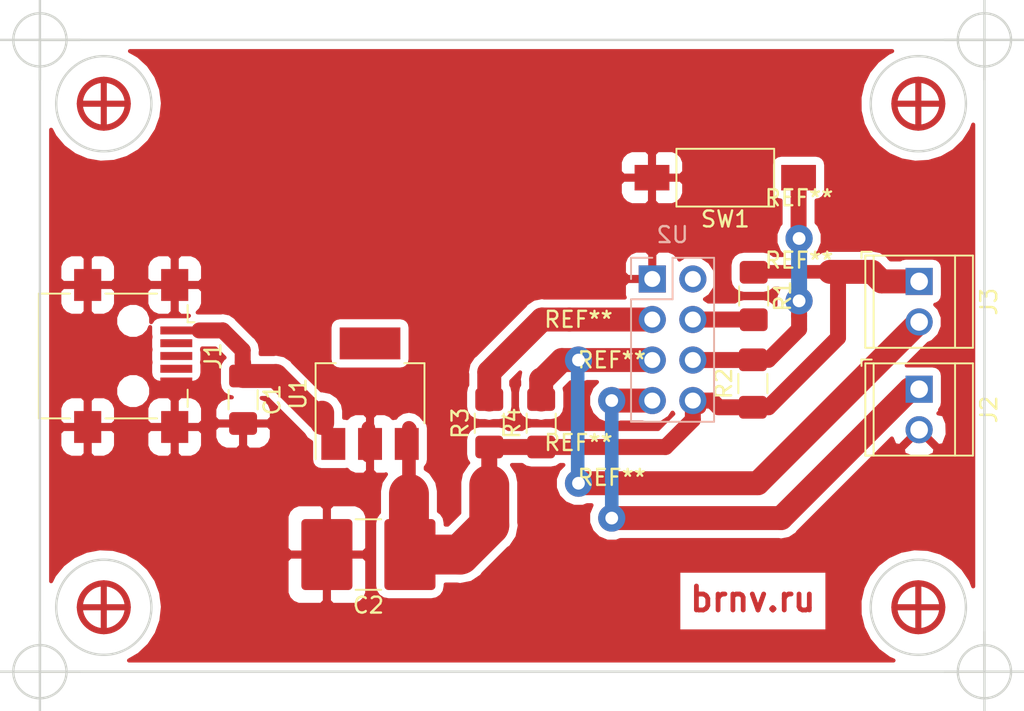
<source format=kicad_pcb>
(kicad_pcb (version 20171130) (host pcbnew "(5.0.0-3-g5ebb6b6)")

  (general
    (thickness 1.5)
    (drawings 13)
    (tracks 74)
    (zones 0)
    (modules 22)
    (nets 13)
  )

  (page A4)
  (layers
    (0 F.Cu signal)
    (31 B.Cu signal hide)
    (32 B.Adhes user hide)
    (33 F.Adhes user hide)
    (34 B.Paste user hide)
    (35 F.Paste user hide)
    (36 B.SilkS user hide)
    (37 F.SilkS user hide)
    (38 B.Mask user hide)
    (39 F.Mask user hide)
    (40 Dwgs.User user hide)
    (41 Cmts.User user hide)
    (42 Eco1.User user hide)
    (43 Eco2.User user hide)
    (44 Edge.Cuts user)
    (45 Margin user hide)
    (46 B.CrtYd user hide)
    (47 F.CrtYd user hide)
    (48 B.Fab user hide)
    (49 F.Fab user hide)
  )

  (setup
    (last_trace_width 0.25)
    (user_trace_width 0.5)
    (user_trace_width 0.85)
    (user_trace_width 1)
    (user_trace_width 1.5)
    (user_trace_width 2)
    (user_trace_width 2.5)
    (trace_clearance 0.5)
    (zone_clearance 0.5)
    (zone_45_only yes)
    (trace_min 0.2)
    (segment_width 0.2)
    (edge_width 0.15)
    (via_size 0.8)
    (via_drill 0.4)
    (via_min_size 0.4)
    (via_min_drill 0.3)
    (user_via 0.8 0.4)
    (user_via 1.2 0.8)
    (user_via 1.5 1)
    (uvia_size 0.3)
    (uvia_drill 0.1)
    (uvias_allowed no)
    (uvia_min_size 0.2)
    (uvia_min_drill 0.1)
    (pcb_text_width 0.3)
    (pcb_text_size 1.5 1.5)
    (mod_edge_width 0.15)
    (mod_text_size 1 1)
    (mod_text_width 0.15)
    (pad_size 1.7 1.7)
    (pad_drill 0.8001)
    (pad_to_mask_clearance 0.2)
    (aux_axis_origin 0 0)
    (grid_origin 165.354 99.2124)
    (visible_elements FFFFF7FF)
    (pcbplotparams
      (layerselection 0x00000_7fffffff)
      (usegerberextensions false)
      (usegerberattributes false)
      (usegerberadvancedattributes false)
      (creategerberjobfile false)
      (excludeedgelayer false)
      (linewidth 2.000000)
      (plotframeref false)
      (viasonmask true)
      (mode 1)
      (useauxorigin false)
      (hpglpennumber 1)
      (hpglpenspeed 20)
      (hpglpendiameter 15.000000)
      (psnegative true)
      (psa4output false)
      (plotreference true)
      (plotvalue true)
      (plotinvisibletext true)
      (padsonsilk false)
      (subtractmaskfromsilk false)
      (outputformat 4)
      (mirror false)
      (drillshape 1)
      (scaleselection 1)
      (outputdirectory "plot/"))
  )

  (net 0 "")
  (net 1 "Net-(R1-Pad2)")
  (net 2 Earth)
  (net 3 +5V)
  (net 4 "Net-(J1-Pad2)")
  (net 5 "Net-(J1-Pad3)")
  (net 6 "Net-(J1-Pad4)")
  (net 7 "Net-(R2-Pad2)")
  (net 8 "Net-(U2-Pad1)")
  (net 9 "Net-(R3-Pad2)")
  (net 10 /sw_out)
  (net 11 /board_out_vcc)
  (net 12 /board_out_gnd)

  (net_class Default "This is the default net class."
    (clearance 0.5)
    (trace_width 0.25)
    (via_dia 0.8)
    (via_drill 0.4)
    (uvia_dia 0.3)
    (uvia_drill 0.1)
    (add_net /board_out_gnd)
    (add_net /board_out_vcc)
    (add_net /sw_out)
    (add_net Earth)
    (add_net "Net-(J1-Pad2)")
    (add_net "Net-(J1-Pad3)")
    (add_net "Net-(J1-Pad4)")
    (add_net "Net-(R1-Pad2)")
    (add_net "Net-(R2-Pad2)")
    (add_net "Net-(R3-Pad2)")
    (add_net "Net-(U2-Pad1)")
  )

  (net_class VCC ""
    (clearance 0.2)
    (trace_width 0.25)
    (via_dia 0.8)
    (via_drill 0.4)
    (uvia_dia 0.3)
    (uvia_drill 0.1)
    (add_net +5V)
  )

  (module Package_TO_SOT_SMD:SOT-223 (layer F.Cu) (tedit 5A02FF57) (tstamp 5BD613AB)
    (at 108.9914 96.0374 90)
    (descr "module CMS SOT223 4 pins")
    (tags "CMS SOT")
    (path /5BBA0423)
    (attr smd)
    (fp_text reference U1 (at 0 -4.5 90) (layer F.SilkS)
      (effects (font (size 1 1) (thickness 0.15)))
    )
    (fp_text value LM2937xS (at 0 4.5 90) (layer F.Fab)
      (effects (font (size 1 1) (thickness 0.15)))
    )
    (fp_line (start 1.85 -3.35) (end 1.85 3.35) (layer F.Fab) (width 0.1))
    (fp_line (start -1.85 3.35) (end 1.85 3.35) (layer F.Fab) (width 0.1))
    (fp_line (start -4.1 -3.41) (end 1.91 -3.41) (layer F.SilkS) (width 0.12))
    (fp_line (start -0.8 -3.35) (end 1.85 -3.35) (layer F.Fab) (width 0.1))
    (fp_line (start -1.85 3.41) (end 1.91 3.41) (layer F.SilkS) (width 0.12))
    (fp_line (start -1.85 -2.3) (end -1.85 3.35) (layer F.Fab) (width 0.1))
    (fp_line (start -4.4 -3.6) (end -4.4 3.6) (layer F.CrtYd) (width 0.05))
    (fp_line (start -4.4 3.6) (end 4.4 3.6) (layer F.CrtYd) (width 0.05))
    (fp_line (start 4.4 3.6) (end 4.4 -3.6) (layer F.CrtYd) (width 0.05))
    (fp_line (start 4.4 -3.6) (end -4.4 -3.6) (layer F.CrtYd) (width 0.05))
    (fp_line (start 1.91 -3.41) (end 1.91 -2.15) (layer F.SilkS) (width 0.12))
    (fp_line (start 1.91 3.41) (end 1.91 2.15) (layer F.SilkS) (width 0.12))
    (fp_line (start -1.85 -2.3) (end -0.8 -3.35) (layer F.Fab) (width 0.1))
    (fp_text user %R (at 0 0 180) (layer F.Fab)
      (effects (font (size 0.8 0.8) (thickness 0.12)))
    )
    (pad 1 smd rect (at -3.15 -2.3 90) (size 2 1.5) (layers F.Cu F.Paste F.Mask)
      (net 3 +5V))
    (pad 3 smd rect (at -3.15 2.3 90) (size 2 1.5) (layers F.Cu F.Paste F.Mask)
      (net 11 /board_out_vcc))
    (pad 2 smd rect (at -3.15 0 90) (size 2 1.5) (layers F.Cu F.Paste F.Mask)
      (net 2 Earth))
    (pad 4 smd rect (at 3.15 0 90) (size 2 3.8) (layers F.Cu F.Paste F.Mask))
    (model ${KISYS3DMOD}/Package_TO_SOT_SMD.3dshapes/SOT-223.wrl
      (at (xyz 0 0 0))
      (scale (xyz 1 1 1))
      (rotate (xyz 0 0 0))
    )
  )

  (module Connector_Wire:SolderWirePad_1x01_Drill0.8mm locked (layer F.Cu) (tedit 5BBA7308) (tstamp 5BD6172F)
    (at 124.1298 103.8352)
    (descr "Wire solder connection")
    (tags connector)
    (attr virtual)
    (fp_text reference REF** (at 0 -2.54) (layer F.SilkS)
      (effects (font (size 1 1) (thickness 0.15)))
    )
    (fp_text value SolderWirePad_1x01_Drill0.8mm (at 0 2.54) (layer F.Fab)
      (effects (font (size 1 1) (thickness 0.15)))
    )
    (fp_text user %R (at 0 0) (layer F.Fab)
      (effects (font (size 1 1) (thickness 0.15)))
    )
    (fp_line (start -1.5 -1.5) (end 1.5 -1.5) (layer F.CrtYd) (width 0.05))
    (fp_line (start -1.5 -1.5) (end -1.5 1.5) (layer F.CrtYd) (width 0.05))
    (fp_line (start 1.5 1.5) (end 1.5 -1.5) (layer F.CrtYd) (width 0.05))
    (fp_line (start 1.5 1.5) (end -1.5 1.5) (layer F.CrtYd) (width 0.05))
    (pad 1 thru_hole circle (at 0 0) (size 1.7 1.7) (drill 0.8001) (layers *.Cu *.Mask)
      (net 10 /sw_out))
  )

  (module Connector_Wire:SolderWirePad_1x01_Drill0.8mm locked (layer F.Cu) (tedit 5BBA72BD) (tstamp 5BD61714)
    (at 124.1298 96.4692)
    (descr "Wire solder connection")
    (tags connector)
    (attr virtual)
    (fp_text reference REF** (at 0 -2.54) (layer F.SilkS)
      (effects (font (size 1 1) (thickness 0.15)))
    )
    (fp_text value SolderWirePad_1x01_Drill0.8mm (at 0 2.54) (layer F.Fab)
      (effects (font (size 1 1) (thickness 0.15)))
    )
    (fp_line (start 1.5 1.5) (end -1.5 1.5) (layer F.CrtYd) (width 0.05))
    (fp_line (start 1.5 1.5) (end 1.5 -1.5) (layer F.CrtYd) (width 0.05))
    (fp_line (start -1.5 -1.5) (end -1.5 1.5) (layer F.CrtYd) (width 0.05))
    (fp_line (start -1.5 -1.5) (end 1.5 -1.5) (layer F.CrtYd) (width 0.05))
    (fp_text user %R (at 0 0) (layer F.Fab)
      (effects (font (size 1 1) (thickness 0.15)))
    )
    (pad 1 thru_hole circle (at 0 0) (size 1.7 1.7) (drill 0.8001) (layers *.Cu *.Mask)
      (net 10 /sw_out))
  )

  (module Connector_Wire:SolderWirePad_1x01_Drill0.8mm locked (layer F.Cu) (tedit 5BBA7390) (tstamp 5BD616F9)
    (at 122.047 101.6508)
    (descr "Wire solder connection")
    (tags connector)
    (attr virtual)
    (fp_text reference REF** (at 0 -2.54) (layer F.SilkS)
      (effects (font (size 1 1) (thickness 0.15)))
    )
    (fp_text value SolderWirePad_1x01_Drill0.8mm (at 0 2.54) (layer F.Fab)
      (effects (font (size 1 1) (thickness 0.15)))
    )
    (fp_line (start 1.5 1.5) (end -1.5 1.5) (layer F.CrtYd) (width 0.05))
    (fp_line (start 1.5 1.5) (end 1.5 -1.5) (layer F.CrtYd) (width 0.05))
    (fp_line (start -1.5 -1.5) (end -1.5 1.5) (layer F.CrtYd) (width 0.05))
    (fp_line (start -1.5 -1.5) (end 1.5 -1.5) (layer F.CrtYd) (width 0.05))
    (fp_text user %R (at 0 0) (layer F.Fab)
      (effects (font (size 1 1) (thickness 0.15)))
    )
    (pad 1 thru_hole circle (at 0 0) (size 1.7 1.7) (drill 0.8001) (layers *.Cu *.Mask)
      (net 12 /board_out_gnd))
  )

  (module Connector_Wire:SolderWirePad_1x01_Drill0.8mm locked (layer F.Cu) (tedit 5BBA73C8) (tstamp 5BD616DE)
    (at 122.047 93.9292)
    (descr "Wire solder connection")
    (tags connector)
    (attr virtual)
    (fp_text reference REF** (at 0 -2.54) (layer F.SilkS)
      (effects (font (size 1 1) (thickness 0.15)))
    )
    (fp_text value SolderWirePad_1x01_Drill0.8mm (at 0 2.54) (layer F.Fab)
      (effects (font (size 1 1) (thickness 0.15)))
    )
    (fp_text user %R (at 0 0) (layer F.Fab)
      (effects (font (size 1 1) (thickness 0.15)))
    )
    (fp_line (start -1.5 -1.5) (end 1.5 -1.5) (layer F.CrtYd) (width 0.05))
    (fp_line (start -1.5 -1.5) (end -1.5 1.5) (layer F.CrtYd) (width 0.05))
    (fp_line (start 1.5 1.5) (end 1.5 -1.5) (layer F.CrtYd) (width 0.05))
    (fp_line (start 1.5 1.5) (end -1.5 1.5) (layer F.CrtYd) (width 0.05))
    (pad 1 thru_hole circle (at 0 0) (size 1.7 1.7) (drill 0.8001) (layers *.Cu *.Mask)
      (net 12 /board_out_gnd))
  )

  (module Connector_Wire:SolderWirePad_1x01_Drill0.8mm locked (layer F.Cu) (tedit 5BB9D3B0) (tstamp 5BD616C3)
    (at 135.8646 90.2208)
    (descr "Wire solder connection")
    (tags connector)
    (attr virtual)
    (fp_text reference REF** (at 0 -2.54) (layer F.SilkS)
      (effects (font (size 1 1) (thickness 0.15)))
    )
    (fp_text value SolderWirePad_1x01_Drill0.8mm (at 0 2.54) (layer F.Fab)
      (effects (font (size 1 1) (thickness 0.15)))
    )
    (fp_line (start 1.5 1.5) (end -1.5 1.5) (layer F.CrtYd) (width 0.05))
    (fp_line (start 1.5 1.5) (end 1.5 -1.5) (layer F.CrtYd) (width 0.05))
    (fp_line (start -1.5 -1.5) (end -1.5 1.5) (layer F.CrtYd) (width 0.05))
    (fp_line (start -1.5 -1.5) (end 1.5 -1.5) (layer F.CrtYd) (width 0.05))
    (fp_text user %R (at 0 0) (layer F.Fab)
      (effects (font (size 1 1) (thickness 0.15)))
    )
    (pad 1 thru_hole circle (at 0 0) (size 1.7 1.7) (drill 0.8001) (layers *.Cu *.Mask)
      (net 7 "Net-(R2-Pad2)"))
  )

  (module Connector_Wire:SolderWirePad_1x01_Drill0.8mm (layer F.Cu) (tedit 5BB9D3A2) (tstamp 5BD616A8)
    (at 135.8646 86.3092)
    (descr "Wire solder connection")
    (tags connector)
    (attr virtual)
    (fp_text reference REF** (at 0 -2.54) (layer F.SilkS)
      (effects (font (size 1 1) (thickness 0.15)))
    )
    (fp_text value SolderWirePad_1x01_Drill0.8mm (at 0 2.54) (layer F.Fab)
      (effects (font (size 1 1) (thickness 0.15)))
    )
    (fp_text user %R (at 0 0) (layer F.Fab)
      (effects (font (size 1 1) (thickness 0.15)))
    )
    (fp_line (start -1.5 -1.5) (end 1.5 -1.5) (layer F.CrtYd) (width 0.05))
    (fp_line (start -1.5 -1.5) (end -1.5 1.5) (layer F.CrtYd) (width 0.05))
    (fp_line (start 1.5 1.5) (end 1.5 -1.5) (layer F.CrtYd) (width 0.05))
    (fp_line (start 1.5 1.5) (end -1.5 1.5) (layer F.CrtYd) (width 0.05))
    (pad 1 thru_hole circle (at 0 0) (size 1.7 1.7) (drill 0.8001) (layers *.Cu *.Mask)
      (net 7 "Net-(R2-Pad2)"))
  )

  (module Fiducial:Fiducial_classic_Small_CopperTop_Type1 (layer F.Cu) (tedit 5BBA70FE) (tstamp 5BD61691)
    (at 92.3158 109.4232)
    (descr "Fiducial, Classical, Small, Copper Top, Typ 1, Passermarke,")
    (tags "Fiducial, Classical, Small, Copper Top, Typ 1, Passermarke,")
    (attr virtual)
    (fp_text reference "" (at 0 -3.556) (layer F.SilkS) hide
      (effects (font (size 1 1) (thickness 0.15)))
    )
    (fp_text value Fiducial_classic_Small_CopperTop_Type1 (at 0 3.81) (layer F.Fab)
      (effects (font (size 1 1) (thickness 0.15)))
    )
    (fp_circle (center 0 0) (end 1.50114 0) (layer F.Cu) (width 0.381))
    (fp_line (start 0 -1.50114) (end 0 1.50114) (layer F.Cu) (width 0.381))
    (fp_line (start -1.50114 0) (end 1.50114 0) (layer F.Cu) (width 0.381))
    (pad ~ smd circle (at 0 0) (size 4.50088 4.50088) (layers F.Mask)
      (solder_mask_margin 2.99974))
  )

  (module Fiducial:Fiducial_classic_Small_CopperTop_Type1 (layer F.Cu) (tedit 5BBA70FE) (tstamp 5BD6167C)
    (at 143.3322 109.4232)
    (descr "Fiducial, Classical, Small, Copper Top, Typ 1, Passermarke,")
    (tags "Fiducial, Classical, Small, Copper Top, Typ 1, Passermarke,")
    (attr virtual)
    (fp_text reference "" (at 0 -3.556) (layer F.SilkS) hide
      (effects (font (size 1 1) (thickness 0.15)))
    )
    (fp_text value Fiducial_classic_Small_CopperTop_Type1 (at 0 3.81) (layer F.Fab)
      (effects (font (size 1 1) (thickness 0.15)))
    )
    (fp_line (start -1.50114 0) (end 1.50114 0) (layer F.Cu) (width 0.381))
    (fp_line (start 0 -1.50114) (end 0 1.50114) (layer F.Cu) (width 0.381))
    (fp_circle (center 0 0) (end 1.50114 0) (layer F.Cu) (width 0.381))
    (pad ~ smd circle (at 0 0) (size 4.50088 4.50088) (layers F.Mask)
      (solder_mask_margin 2.99974))
  )

  (module Fiducial:Fiducial_classic_Small_CopperTop_Type1 (layer F.Cu) (tedit 5BBA70FE) (tstamp 5BD61667)
    (at 143.3322 77.8632)
    (descr "Fiducial, Classical, Small, Copper Top, Typ 1, Passermarke,")
    (tags "Fiducial, Classical, Small, Copper Top, Typ 1, Passermarke,")
    (attr virtual)
    (fp_text reference "" (at 0 -3.556) (layer F.SilkS) hide
      (effects (font (size 1 1) (thickness 0.15)))
    )
    (fp_text value Fiducial_classic_Small_CopperTop_Type1 (at 0 3.81) (layer F.Fab)
      (effects (font (size 1 1) (thickness 0.15)))
    )
    (fp_circle (center 0 0) (end 1.50114 0) (layer F.Cu) (width 0.381))
    (fp_line (start 0 -1.50114) (end 0 1.50114) (layer F.Cu) (width 0.381))
    (fp_line (start -1.50114 0) (end 1.50114 0) (layer F.Cu) (width 0.381))
    (pad ~ smd circle (at 0 0) (size 4.50088 4.50088) (layers F.Mask)
      (solder_mask_margin 2.99974))
  )

  (module Fiducial:Fiducial_classic_Small_CopperTop_Type1 (layer F.Cu) (tedit 5BBA70FE) (tstamp 5BD61652)
    (at 92.3158 77.8632)
    (descr "Fiducial, Classical, Small, Copper Top, Typ 1, Passermarke,")
    (tags "Fiducial, Classical, Small, Copper Top, Typ 1, Passermarke,")
    (attr virtual)
    (fp_text reference "" (at 0 -3.556) (layer F.SilkS) hide
      (effects (font (size 1 1) (thickness 0.15)))
    )
    (fp_text value Fiducial_classic_Small_CopperTop_Type1 (at 0 3.81) (layer F.Fab)
      (effects (font (size 1 1) (thickness 0.15)))
    )
    (fp_line (start -1.50114 0) (end 1.50114 0) (layer F.Cu) (width 0.381))
    (fp_line (start 0 -1.50114) (end 0 1.50114) (layer F.Cu) (width 0.381))
    (fp_circle (center 0 0) (end 1.50114 0) (layer F.Cu) (width 0.381))
    (pad ~ smd circle (at 0 0) (size 4.50088 4.50088) (layers F.Mask)
      (solder_mask_margin 2.99974))
  )

  (module Resistor_SMD:R_1206_3216Metric_Pad1.42x1.75mm_HandSolder (layer F.Cu) (tedit 5B301BBD) (tstamp 5BD6162B)
    (at 133.0198 89.916 270)
    (descr "Resistor SMD 1206 (3216 Metric), square (rectangular) end terminal, IPC_7351 nominal with elongated pad for handsoldering. (Body size source: http://www.tortai-tech.com/upload/download/2011102023233369053.pdf), generated with kicad-footprint-generator")
    (tags "resistor handsolder")
    (path /5BBA03FD)
    (attr smd)
    (fp_text reference R1 (at 0 -1.82 270) (layer F.SilkS)
      (effects (font (size 1 1) (thickness 0.15)))
    )
    (fp_text value R10k (at 0 1.82 270) (layer F.Fab)
      (effects (font (size 1 1) (thickness 0.15)))
    )
    (fp_text user %R (at 0 0 270) (layer F.Fab)
      (effects (font (size 0.8 0.8) (thickness 0.12)))
    )
    (fp_line (start 2.45 1.12) (end -2.45 1.12) (layer F.CrtYd) (width 0.05))
    (fp_line (start 2.45 -1.12) (end 2.45 1.12) (layer F.CrtYd) (width 0.05))
    (fp_line (start -2.45 -1.12) (end 2.45 -1.12) (layer F.CrtYd) (width 0.05))
    (fp_line (start -2.45 1.12) (end -2.45 -1.12) (layer F.CrtYd) (width 0.05))
    (fp_line (start -0.602064 0.91) (end 0.602064 0.91) (layer F.SilkS) (width 0.12))
    (fp_line (start -0.602064 -0.91) (end 0.602064 -0.91) (layer F.SilkS) (width 0.12))
    (fp_line (start 1.6 0.8) (end -1.6 0.8) (layer F.Fab) (width 0.1))
    (fp_line (start 1.6 -0.8) (end 1.6 0.8) (layer F.Fab) (width 0.1))
    (fp_line (start -1.6 -0.8) (end 1.6 -0.8) (layer F.Fab) (width 0.1))
    (fp_line (start -1.6 0.8) (end -1.6 -0.8) (layer F.Fab) (width 0.1))
    (pad 2 smd roundrect (at 1.4875 0 270) (size 1.425 1.75) (layers F.Cu F.Paste F.Mask) (roundrect_rratio 0.175439)
      (net 1 "Net-(R1-Pad2)"))
    (pad 1 smd roundrect (at -1.4875 0 270) (size 1.425 1.75) (layers F.Cu F.Paste F.Mask) (roundrect_rratio 0.175439)
      (net 11 /board_out_vcc))
    (model ${KISYS3DMOD}/Resistor_SMD.3dshapes/R_1206_3216Metric.wrl
      (at (xyz 0 0 0))
      (scale (xyz 1 1 1))
      (rotate (xyz 0 0 0))
    )
  )

  (module Resistor_SMD:R_1206_3216Metric_Pad1.42x1.75mm_HandSolder (layer F.Cu) (tedit 5B301BBD) (tstamp 5BD615FB)
    (at 132.969 95.4024 90)
    (descr "Resistor SMD 1206 (3216 Metric), square (rectangular) end terminal, IPC_7351 nominal with elongated pad for handsoldering. (Body size source: http://www.tortai-tech.com/upload/download/2011102023233369053.pdf), generated with kicad-footprint-generator")
    (tags "resistor handsolder")
    (path /5BBA046E)
    (attr smd)
    (fp_text reference R2 (at 0 -1.82 90) (layer F.SilkS)
      (effects (font (size 1 1) (thickness 0.15)))
    )
    (fp_text value R10k (at 0 1.82 90) (layer F.Fab)
      (effects (font (size 1 1) (thickness 0.15)))
    )
    (fp_line (start -1.6 0.8) (end -1.6 -0.8) (layer F.Fab) (width 0.1))
    (fp_line (start -1.6 -0.8) (end 1.6 -0.8) (layer F.Fab) (width 0.1))
    (fp_line (start 1.6 -0.8) (end 1.6 0.8) (layer F.Fab) (width 0.1))
    (fp_line (start 1.6 0.8) (end -1.6 0.8) (layer F.Fab) (width 0.1))
    (fp_line (start -0.602064 -0.91) (end 0.602064 -0.91) (layer F.SilkS) (width 0.12))
    (fp_line (start -0.602064 0.91) (end 0.602064 0.91) (layer F.SilkS) (width 0.12))
    (fp_line (start -2.45 1.12) (end -2.45 -1.12) (layer F.CrtYd) (width 0.05))
    (fp_line (start -2.45 -1.12) (end 2.45 -1.12) (layer F.CrtYd) (width 0.05))
    (fp_line (start 2.45 -1.12) (end 2.45 1.12) (layer F.CrtYd) (width 0.05))
    (fp_line (start 2.45 1.12) (end -2.45 1.12) (layer F.CrtYd) (width 0.05))
    (fp_text user %R (at 0 0 90) (layer F.Fab)
      (effects (font (size 0.8 0.8) (thickness 0.12)))
    )
    (pad 1 smd roundrect (at -1.4875 0 90) (size 1.425 1.75) (layers F.Cu F.Paste F.Mask) (roundrect_rratio 0.175439)
      (net 11 /board_out_vcc))
    (pad 2 smd roundrect (at 1.4875 0 90) (size 1.425 1.75) (layers F.Cu F.Paste F.Mask) (roundrect_rratio 0.175439)
      (net 7 "Net-(R2-Pad2)"))
    (model ${KISYS3DMOD}/Resistor_SMD.3dshapes/R_1206_3216Metric.wrl
      (at (xyz 0 0 0))
      (scale (xyz 1 1 1))
      (rotate (xyz 0 0 0))
    )
  )

  (module TerminalBlock_TE-Connectivity:TerminalBlock_TE_282834-2_1x02_P2.54mm_Horizontal (layer F.Cu) (tedit 5BB7EDE0) (tstamp 5BD615AD)
    (at 143.383 95.758 270)
    (descr "Terminal Block TE 282834-2, 2 pins, pitch 2.54mm, size 5.54x6.5mm^2, drill diamater 1.1mm, pad diameter 2.1mm, see http://www.te.com/commerce/DocumentDelivery/DDEController?Action=showdoc&DocId=Customer+Drawing%7F282834%7FC1%7Fpdf%7FEnglish%7FENG_CD_282834_C1.pdf, script-generated using https://github.com/pointhi/kicad-footprint-generator/scripts/TerminalBlock_TE-Connectivity")
    (tags "THT Terminal Block TE 282834-2 pitch 2.54mm size 5.54x6.5mm^2 drill 1.1mm pad 2.1mm")
    (path /5BBA0497)
    (fp_text reference J2 (at 1.27 -4.37 270) (layer F.SilkS)
      (effects (font (size 1 1) (thickness 0.15)))
    )
    (fp_text value Screw_Terminal_01x02 (at 1.27 4.37 270) (layer F.Fab)
      (effects (font (size 1 1) (thickness 0.15)))
    )
    (fp_text user %R (at 1.27 2 270) (layer F.Fab)
      (effects (font (size 1 1) (thickness 0.15)))
    )
    (fp_line (start 4.54 -3.75) (end -2 -3.75) (layer F.CrtYd) (width 0.05))
    (fp_line (start 4.54 3.75) (end 4.54 -3.75) (layer F.CrtYd) (width 0.05))
    (fp_line (start -2 3.75) (end 4.54 3.75) (layer F.CrtYd) (width 0.05))
    (fp_line (start -2 -3.75) (end -2 3.75) (layer F.CrtYd) (width 0.05))
    (fp_line (start -1.86 3.61) (end -1.46 3.61) (layer F.SilkS) (width 0.12))
    (fp_line (start -1.86 2.97) (end -1.86 3.61) (layer F.SilkS) (width 0.12))
    (fp_line (start 3.241 -0.835) (end 1.706 0.7) (layer F.Fab) (width 0.1))
    (fp_line (start 3.375 -0.7) (end 1.84 0.835) (layer F.Fab) (width 0.1))
    (fp_line (start 0.701 -0.835) (end -0.835 0.7) (layer F.Fab) (width 0.1))
    (fp_line (start 0.835 -0.7) (end -0.701 0.835) (layer F.Fab) (width 0.1))
    (fp_line (start 4.16 -3.37) (end 4.16 3.37) (layer F.SilkS) (width 0.12))
    (fp_line (start -1.62 -3.37) (end -1.62 3.37) (layer F.SilkS) (width 0.12))
    (fp_line (start -1.62 3.37) (end 4.16 3.37) (layer F.SilkS) (width 0.12))
    (fp_line (start -1.62 -3.37) (end 4.16 -3.37) (layer F.SilkS) (width 0.12))
    (fp_line (start -1.62 -2.25) (end 4.16 -2.25) (layer F.SilkS) (width 0.12))
    (fp_line (start -1.5 -2.25) (end 4.04 -2.25) (layer F.Fab) (width 0.1))
    (fp_line (start -1.62 2.85) (end 4.16 2.85) (layer F.SilkS) (width 0.12))
    (fp_line (start -1.5 2.85) (end 4.04 2.85) (layer F.Fab) (width 0.1))
    (fp_line (start -1.5 2.85) (end -1.5 -3.25) (layer F.Fab) (width 0.1))
    (fp_line (start -1.1 3.25) (end -1.5 2.85) (layer F.Fab) (width 0.1))
    (fp_line (start 4.04 3.25) (end -1.1 3.25) (layer F.Fab) (width 0.1))
    (fp_line (start 4.04 -3.25) (end 4.04 3.25) (layer F.Fab) (width 0.1))
    (fp_line (start -1.5 -3.25) (end 4.04 -3.25) (layer F.Fab) (width 0.1))
    (fp_circle (center 2.54 0) (end 3.64 0) (layer F.Fab) (width 0.1))
    (fp_circle (center 0 0) (end 1.1 0) (layer F.Fab) (width 0.1))
    (pad 2 thru_hole circle (at 2.54 0 270) (size 1.7 1.7) (drill 1.1) (layers *.Cu *.Mask)
      (net 2 Earth))
    (pad 1 thru_hole rect (at 0 0 270) (size 1.7 1.7) (drill 1.1) (layers *.Cu *.Mask)
      (net 10 /sw_out))
    (model ${KISYS3DMOD}/TerminalBlock_TE-Connectivity.3dshapes/TerminalBlock_TE_282834-2_1x02_P2.54mm_Horizontal.wrl
      (at (xyz 0 0 0))
      (scale (xyz 1 1 1))
      (rotate (xyz 0 0 0))
    )
  )

  (module TerminalBlock_TE-Connectivity:TerminalBlock_TE_282834-2_1x02_P2.54mm_Horizontal (layer F.Cu) (tedit 5BB8DCAA) (tstamp 5BD61550)
    (at 143.383 89.0016 270)
    (descr "Terminal Block TE 282834-2, 2 pins, pitch 2.54mm, size 5.54x6.5mm^2, drill diamater 1.1mm, pad diameter 2.1mm, see http://www.te.com/commerce/DocumentDelivery/DDEController?Action=showdoc&DocId=Customer+Drawing%7F282834%7FC1%7Fpdf%7FEnglish%7FENG_CD_282834_C1.pdf, script-generated using https://github.com/pointhi/kicad-footprint-generator/scripts/TerminalBlock_TE-Connectivity")
    (tags "THT Terminal Block TE 282834-2 pitch 2.54mm size 5.54x6.5mm^2 drill 1.1mm pad 2.1mm")
    (path /5BBA04A9)
    (fp_text reference J3 (at 1.27 -4.37 270) (layer F.SilkS)
      (effects (font (size 1 1) (thickness 0.15)))
    )
    (fp_text value Screw_Terminal_01x02 (at 1.27 4.37 270) (layer F.Fab)
      (effects (font (size 1 1) (thickness 0.15)))
    )
    (fp_text user %R (at 1.27 2 270) (layer F.Fab)
      (effects (font (size 1 1) (thickness 0.15)))
    )
    (fp_line (start 4.54 -3.75) (end -2 -3.75) (layer F.CrtYd) (width 0.05))
    (fp_line (start 4.54 3.75) (end 4.54 -3.75) (layer F.CrtYd) (width 0.05))
    (fp_line (start -2 3.75) (end 4.54 3.75) (layer F.CrtYd) (width 0.05))
    (fp_line (start -2 -3.75) (end -2 3.75) (layer F.CrtYd) (width 0.05))
    (fp_line (start -1.86 3.61) (end -1.46 3.61) (layer F.SilkS) (width 0.12))
    (fp_line (start -1.86 2.97) (end -1.86 3.61) (layer F.SilkS) (width 0.12))
    (fp_line (start 3.241 -0.835) (end 1.706 0.7) (layer F.Fab) (width 0.1))
    (fp_line (start 3.375 -0.7) (end 1.84 0.835) (layer F.Fab) (width 0.1))
    (fp_line (start 0.701 -0.835) (end -0.835 0.7) (layer F.Fab) (width 0.1))
    (fp_line (start 0.835 -0.7) (end -0.701 0.835) (layer F.Fab) (width 0.1))
    (fp_line (start 4.16 -3.37) (end 4.16 3.37) (layer F.SilkS) (width 0.12))
    (fp_line (start -1.62 -3.37) (end -1.62 3.37) (layer F.SilkS) (width 0.12))
    (fp_line (start -1.62 3.37) (end 4.16 3.37) (layer F.SilkS) (width 0.12))
    (fp_line (start -1.62 -3.37) (end 4.16 -3.37) (layer F.SilkS) (width 0.12))
    (fp_line (start -1.62 -2.25) (end 4.16 -2.25) (layer F.SilkS) (width 0.12))
    (fp_line (start -1.5 -2.25) (end 4.04 -2.25) (layer F.Fab) (width 0.1))
    (fp_line (start -1.62 2.85) (end 4.16 2.85) (layer F.SilkS) (width 0.12))
    (fp_line (start -1.5 2.85) (end 4.04 2.85) (layer F.Fab) (width 0.1))
    (fp_line (start -1.5 2.85) (end -1.5 -3.25) (layer F.Fab) (width 0.1))
    (fp_line (start -1.1 3.25) (end -1.5 2.85) (layer F.Fab) (width 0.1))
    (fp_line (start 4.04 3.25) (end -1.1 3.25) (layer F.Fab) (width 0.1))
    (fp_line (start 4.04 -3.25) (end 4.04 3.25) (layer F.Fab) (width 0.1))
    (fp_line (start -1.5 -3.25) (end 4.04 -3.25) (layer F.Fab) (width 0.1))
    (fp_circle (center 2.54 0) (end 3.64 0) (layer F.Fab) (width 0.1))
    (fp_circle (center 0 0) (end 1.1 0) (layer F.Fab) (width 0.1))
    (pad 2 thru_hole circle (at 2.54 0 270) (size 1.7 1.7) (drill 1.1) (layers *.Cu *.Mask)
      (net 12 /board_out_gnd))
    (pad 1 thru_hole rect (at 0 0 270) (size 1.7 1.7) (drill 1.1) (layers *.Cu *.Mask)
      (net 11 /board_out_vcc))
    (model ${KISYS3DMOD}/TerminalBlock_TE-Connectivity.3dshapes/TerminalBlock_TE_282834-2_1x02_P2.54mm_Horizontal.wrl
      (at (xyz 0 0 0))
      (scale (xyz 1 1 1))
      (rotate (xyz 0 0 0))
    )
  )

  (module Resistor_SMD:R_1206_3216Metric_Pad1.42x1.75mm_HandSolder (layer F.Cu) (tedit 5BB911DF) (tstamp 5BD61511)
    (at 119.7102 97.8916 90)
    (descr "Resistor SMD 1206 (3216 Metric), square (rectangular) end terminal, IPC_7351 nominal with elongated pad for handsoldering. (Body size source: http://www.tortai-tech.com/upload/download/2011102023233369053.pdf), generated with kicad-footprint-generator")
    (tags "resistor handsolder")
    (path /5BBA0404)
    (attr smd)
    (fp_text reference R4 (at 0 -1.82 90) (layer F.SilkS)
      (effects (font (size 1 1) (thickness 0.15)))
    )
    (fp_text value R10k (at 0 1.82 90) (layer F.Fab)
      (effects (font (size 1 1) (thickness 0.15)))
    )
    (fp_line (start -1.6 0.8) (end -1.6 -0.8) (layer F.Fab) (width 0.1))
    (fp_line (start -1.6 -0.8) (end 1.6 -0.8) (layer F.Fab) (width 0.1))
    (fp_line (start 1.6 -0.8) (end 1.6 0.8) (layer F.Fab) (width 0.1))
    (fp_line (start 1.6 0.8) (end -1.6 0.8) (layer F.Fab) (width 0.1))
    (fp_line (start -0.602064 -0.91) (end 0.602064 -0.91) (layer F.SilkS) (width 0.12))
    (fp_line (start -0.602064 0.91) (end 0.602064 0.91) (layer F.SilkS) (width 0.12))
    (fp_line (start -2.45 1.12) (end -2.45 -1.12) (layer F.CrtYd) (width 0.05))
    (fp_line (start -2.45 -1.12) (end 2.45 -1.12) (layer F.CrtYd) (width 0.05))
    (fp_line (start 2.45 -1.12) (end 2.45 1.12) (layer F.CrtYd) (width 0.05))
    (fp_line (start 2.45 1.12) (end -2.45 1.12) (layer F.CrtYd) (width 0.05))
    (fp_text user %R (at 0 0 90) (layer F.Fab)
      (effects (font (size 0.8 0.8) (thickness 0.12)))
    )
    (pad 1 smd roundrect (at -1.4875 0 90) (size 1.425 1.75) (layers F.Cu F.Paste F.Mask) (roundrect_rratio 0.175439)
      (net 11 /board_out_vcc))
    (pad 2 smd roundrect (at 1.4875 0 90) (size 1.425 1.75) (layers F.Cu F.Paste F.Mask) (roundrect_rratio 0.175)
      (net 12 /board_out_gnd))
    (model ${KISYS3DMOD}/Resistor_SMD.3dshapes/R_1206_3216Metric.wrl
      (at (xyz 0 0 0))
      (scale (xyz 1 1 1))
      (rotate (xyz 0 0 0))
    )
  )

  (module Connector_PinSocket_2.54mm:PinSocket_2x04_P2.54mm_Vertical_Flip (layer B.Cu) (tedit 5BB9D387) (tstamp 5BD614C7)
    (at 126.6698 88.8492 180)
    (descr "Through hole straight socket strip, 2x04, 2.54mm pitch, double cols (from Kicad 4.0.7), script generated")
    (tags "Through hole socket strip THT 2x04 2.54mm double row")
    (path /5BBA0414)
    (fp_text reference U2 (at -1.27 2.77 180) (layer B.SilkS)
      (effects (font (size 1 1) (thickness 0.15)) (justify mirror))
    )
    (fp_text value ESP-01v090 (at -1.27 -10.39 180) (layer B.Fab)
      (effects (font (size 1 1) (thickness 0.15)) (justify mirror))
    )
    (fp_line (start -3.81 1.27) (end 0.27 1.27) (layer B.Fab) (width 0.1))
    (fp_line (start 0.27 1.27) (end 1.27 0.27) (layer B.Fab) (width 0.1))
    (fp_line (start 1.27 0.27) (end 1.27 -8.89) (layer B.Fab) (width 0.1))
    (fp_line (start 1.27 -8.89) (end -3.81 -8.89) (layer B.Fab) (width 0.1))
    (fp_line (start -3.81 -8.89) (end -3.81 1.27) (layer B.Fab) (width 0.1))
    (fp_line (start -3.87 1.33) (end -1.27 1.33) (layer B.SilkS) (width 0.12))
    (fp_line (start -3.87 1.33) (end -3.87 -8.95) (layer B.SilkS) (width 0.12))
    (fp_line (start -3.87 -8.95) (end 1.33 -8.95) (layer B.SilkS) (width 0.12))
    (fp_line (start 1.33 -1.27) (end 1.33 -8.95) (layer B.SilkS) (width 0.12))
    (fp_line (start -1.27 -1.27) (end 1.33 -1.27) (layer B.SilkS) (width 0.12))
    (fp_line (start -1.27 1.33) (end -1.27 -1.27) (layer B.SilkS) (width 0.12))
    (fp_line (start 1.33 1.33) (end 1.33 0) (layer B.SilkS) (width 0.12))
    (fp_line (start 0 1.33) (end 1.33 1.33) (layer B.SilkS) (width 0.12))
    (fp_line (start -4.34 1.8) (end 1.76 1.8) (layer B.CrtYd) (width 0.05))
    (fp_line (start 1.76 1.8) (end 1.76 -9.4) (layer B.CrtYd) (width 0.05))
    (fp_line (start 1.76 -9.4) (end -4.34 -9.4) (layer B.CrtYd) (width 0.05))
    (fp_line (start -4.34 -9.4) (end -4.34 1.8) (layer B.CrtYd) (width 0.05))
    (fp_text user %R (at -1.27 -3.81 90) (layer B.Fab)
      (effects (font (size 1 1) (thickness 0.15)) (justify mirror))
    )
    (pad 2 thru_hole rect (at 0 0 180) (size 1.7 1.7) (drill 1) (layers *.Cu *.Mask)
      (net 2 Earth))
    (pad 1 thru_hole oval (at -2.54 0 180) (size 1.7 1.7) (drill 1) (layers *.Cu *.Mask)
      (net 8 "Net-(U2-Pad1)"))
    (pad 4 thru_hole oval (at 0 -2.54 180) (size 1.7 1.7) (drill 1) (layers *.Cu *.Mask)
      (net 9 "Net-(R3-Pad2)"))
    (pad 3 thru_hole oval (at -2.54 -2.54 180) (size 1.7 1.7) (drill 1) (layers *.Cu *.Mask)
      (net 1 "Net-(R1-Pad2)"))
    (pad 6 thru_hole oval (at 0 -5.08 180) (size 1.7 1.7) (drill 1) (layers *.Cu *.Mask)
      (net 12 /board_out_gnd))
    (pad 5 thru_hole oval (at -2.54 -5.08 180) (size 1.7 1.7) (drill 1) (layers *.Cu *.Mask)
      (net 7 "Net-(R2-Pad2)"))
    (pad 8 thru_hole oval (at 0 -7.62 180) (size 1.7 1.7) (drill 1) (layers *.Cu *.Mask)
      (net 10 /sw_out))
    (pad 7 thru_hole oval (at -2.54 -7.62 180) (size 1.7 1.7) (drill 1) (layers *.Cu *.Mask)
      (net 11 /board_out_vcc))
    (model ${KISYS3DMOD}/Connector_PinSocket_2.54mm.3dshapes/PinSocket_2x04_P2.54mm_Vertical.wrl
      (at (xyz 0 0 0))
      (scale (xyz 1 1 1))
      (rotate (xyz 0 0 0))
    )
  )

  (module Button_Switch_SMD:SW_SPST_FSMSM (layer F.Cu) (tedit 5A02FC95) (tstamp 5BD61476)
    (at 131.2418 82.4992 180)
    (descr http://www.te.com/commerce/DocumentDelivery/DDEController?Action=srchrtrv&DocNm=1437566-3&DocType=Customer+Drawing&DocLang=English)
    (tags "SPST button tactile switch")
    (path /5BBA0478)
    (attr smd)
    (fp_text reference SW1 (at 0 -2.6 180) (layer F.SilkS)
      (effects (font (size 1 1) (thickness 0.15)))
    )
    (fp_text value SW_Push (at 0 3 180) (layer F.Fab)
      (effects (font (size 1 1) (thickness 0.15)))
    )
    (fp_line (start -5.95 -2) (end 5.95 -2) (layer F.CrtYd) (width 0.05))
    (fp_line (start -5.95 -2) (end -5.95 2) (layer F.CrtYd) (width 0.05))
    (fp_line (start 3 -1.75) (end 3 1.75) (layer F.Fab) (width 0.1))
    (fp_line (start -3 -1.75) (end -3 1.75) (layer F.Fab) (width 0.1))
    (fp_line (start -3 -1.75) (end 3 -1.75) (layer F.Fab) (width 0.1))
    (fp_line (start -3 1.75) (end 3 1.75) (layer F.Fab) (width 0.1))
    (fp_line (start 5.95 -2) (end 5.95 2) (layer F.CrtYd) (width 0.05))
    (fp_line (start -5.95 2) (end 5.95 2) (layer F.CrtYd) (width 0.05))
    (fp_line (start -1.5 -0.8) (end -1.5 0.8) (layer F.Fab) (width 0.1))
    (fp_line (start 1.5 -0.8) (end 1.5 0.8) (layer F.Fab) (width 0.1))
    (fp_line (start -1.5 -0.8) (end 1.5 -0.8) (layer F.Fab) (width 0.1))
    (fp_line (start -1.5 0.8) (end 1.5 0.8) (layer F.Fab) (width 0.1))
    (fp_line (start -3.06 1.81) (end -3.06 -1.81) (layer F.SilkS) (width 0.12))
    (fp_line (start 3.06 1.81) (end -3.06 1.81) (layer F.SilkS) (width 0.12))
    (fp_line (start 3.06 -1.81) (end 3.06 1.81) (layer F.SilkS) (width 0.12))
    (fp_line (start -3.06 -1.81) (end 3.06 -1.81) (layer F.SilkS) (width 0.12))
    (fp_line (start -1.75 1) (end -1.75 -1) (layer F.Fab) (width 0.1))
    (fp_line (start 1.75 1) (end -1.75 1) (layer F.Fab) (width 0.1))
    (fp_line (start 1.75 -1) (end 1.75 1) (layer F.Fab) (width 0.1))
    (fp_line (start -1.75 -1) (end 1.75 -1) (layer F.Fab) (width 0.1))
    (fp_text user %R (at 0 -2.6 180) (layer F.Fab)
      (effects (font (size 1 1) (thickness 0.15)))
    )
    (pad 2 smd rect (at 4.59 0 180) (size 2.18 1.6) (layers F.Cu F.Paste F.Mask)
      (net 2 Earth))
    (pad 1 smd rect (at -4.59 0 180) (size 2.18 1.6) (layers F.Cu F.Paste F.Mask)
      (net 7 "Net-(R2-Pad2)"))
    (model ${KISYS3DMOD}/Button_Switch_SMD.3dshapes/SW_SPST_FSMSM.wrl
      (at (xyz 0 0 0))
      (scale (xyz 1 1 1))
      (rotate (xyz 0 0 0))
    )
  )

  (module Capacitor_SMD:C_1206_3216Metric_Pad1.42x1.75mm_HandSolder (layer F.Cu) (tedit 5B301BBE) (tstamp 5BD6143C)
    (at 101.0412 96.4184 270)
    (descr "Capacitor SMD 1206 (3216 Metric), square (rectangular) end terminal, IPC_7351 nominal with elongated pad for handsoldering. (Body size source: http://www.tortai-tech.com/upload/download/2011102023233369053.pdf), generated with kicad-footprint-generator")
    (tags "capacitor handsolder")
    (path /5BBA042A)
    (attr smd)
    (fp_text reference C1 (at 0 -1.82 270) (layer F.SilkS)
      (effects (font (size 1 1) (thickness 0.15)))
    )
    (fp_text value C0.1mF (at 0 1.82 270) (layer F.Fab)
      (effects (font (size 1 1) (thickness 0.15)))
    )
    (fp_text user %R (at 0 0 270) (layer F.Fab)
      (effects (font (size 0.8 0.8) (thickness 0.12)))
    )
    (fp_line (start 2.45 1.12) (end -2.45 1.12) (layer F.CrtYd) (width 0.05))
    (fp_line (start 2.45 -1.12) (end 2.45 1.12) (layer F.CrtYd) (width 0.05))
    (fp_line (start -2.45 -1.12) (end 2.45 -1.12) (layer F.CrtYd) (width 0.05))
    (fp_line (start -2.45 1.12) (end -2.45 -1.12) (layer F.CrtYd) (width 0.05))
    (fp_line (start -0.602064 0.91) (end 0.602064 0.91) (layer F.SilkS) (width 0.12))
    (fp_line (start -0.602064 -0.91) (end 0.602064 -0.91) (layer F.SilkS) (width 0.12))
    (fp_line (start 1.6 0.8) (end -1.6 0.8) (layer F.Fab) (width 0.1))
    (fp_line (start 1.6 -0.8) (end 1.6 0.8) (layer F.Fab) (width 0.1))
    (fp_line (start -1.6 -0.8) (end 1.6 -0.8) (layer F.Fab) (width 0.1))
    (fp_line (start -1.6 0.8) (end -1.6 -0.8) (layer F.Fab) (width 0.1))
    (pad 2 smd roundrect (at 1.4875 0 270) (size 1.425 1.75) (layers F.Cu F.Paste F.Mask) (roundrect_rratio 0.175439)
      (net 2 Earth))
    (pad 1 smd roundrect (at -1.4875 0 270) (size 1.425 1.75) (layers F.Cu F.Paste F.Mask) (roundrect_rratio 0.175439)
      (net 3 +5V))
    (model ${KISYS3DMOD}/Capacitor_SMD.3dshapes/C_1206_3216Metric.wrl
      (at (xyz 0 0 0))
      (scale (xyz 1 1 1))
      (rotate (xyz 0 0 0))
    )
  )

  (module Capacitor_SMD:C_2816_7142Metric_Pad3.20x4.45mm_HandSolder (layer F.Cu) (tedit 5BB91267) (tstamp 5BD6140C)
    (at 108.8898 106.1212 180)
    (descr "Capacitor SMD 2816 (7142 Metric), square (rectangular) end terminal, IPC_7351 nominal with elongated pad for handsoldering. (Body size from: https://www.vishay.com/docs/30100/wsl.pdf), generated with kicad-footprint-generator")
    (tags "capacitor handsolder")
    (path /5BBA0431)
    (attr smd)
    (fp_text reference C2 (at 0 -3.18 180) (layer F.SilkS)
      (effects (font (size 1 1) (thickness 0.15)))
    )
    (fp_text value CP10mF (at 0 3.18 180) (layer F.Fab)
      (effects (font (size 1 1) (thickness 0.15)))
    )
    (fp_text user %R (at 0 0 180) (layer F.Fab)
      (effects (font (size 1 1) (thickness 0.15)))
    )
    (fp_line (start 4.45 2.48) (end -4.45 2.48) (layer F.CrtYd) (width 0.05))
    (fp_line (start 4.45 -2.48) (end 4.45 2.48) (layer F.CrtYd) (width 0.05))
    (fp_line (start -4.45 -2.48) (end 4.45 -2.48) (layer F.CrtYd) (width 0.05))
    (fp_line (start -4.45 2.48) (end -4.45 -2.48) (layer F.CrtYd) (width 0.05))
    (fp_line (start -0.797369 2.21) (end 0.797369 2.21) (layer F.SilkS) (width 0.12))
    (fp_line (start -0.797369 -2.21) (end 0.797369 -2.21) (layer F.SilkS) (width 0.12))
    (fp_line (start 3.55 2.1) (end -3.55 2.1) (layer F.Fab) (width 0.1))
    (fp_line (start 3.55 -2.1) (end 3.55 2.1) (layer F.Fab) (width 0.1))
    (fp_line (start -3.55 -2.1) (end 3.55 -2.1) (layer F.Fab) (width 0.1))
    (fp_line (start -3.55 2.1) (end -3.55 -2.1) (layer F.Fab) (width 0.1))
    (pad 2 smd roundrect (at 2.6 0 180) (size 3.2 4.45) (layers F.Cu F.Paste F.Mask) (roundrect_rratio 0.078)
      (net 2 Earth))
    (pad 1 smd roundrect (at -2.6 0 180) (size 3.2 4.45) (layers F.Cu F.Paste F.Mask) (roundrect_rratio 0.078)
      (net 11 /board_out_vcc))
    (model ${KISYS3DMOD}/Capacitor_SMD.3dshapes/C_2816_7142Metric.wrl
      (at (xyz 0 0 0))
      (scale (xyz 1 1 1))
      (rotate (xyz 0 0 0))
    )
  )

  (module Resistor_SMD:R_1206_3216Metric_Pad1.42x1.75mm_HandSolder (layer F.Cu) (tedit 5B301BBD) (tstamp 5BD61364)
    (at 116.459 97.8916 90)
    (descr "Resistor SMD 1206 (3216 Metric), square (rectangular) end terminal, IPC_7351 nominal with elongated pad for handsoldering. (Body size source: http://www.tortai-tech.com/upload/download/2011102023233369053.pdf), generated with kicad-footprint-generator")
    (tags "resistor handsolder")
    (path /5BBA040B)
    (attr smd)
    (fp_text reference R3 (at 0 -1.82 90) (layer F.SilkS)
      (effects (font (size 1 1) (thickness 0.15)))
    )
    (fp_text value R10k (at 0 1.82 90) (layer F.Fab)
      (effects (font (size 1 1) (thickness 0.15)))
    )
    (fp_text user %R (at 0 0 90) (layer F.Fab)
      (effects (font (size 0.8 0.8) (thickness 0.12)))
    )
    (fp_line (start 2.45 1.12) (end -2.45 1.12) (layer F.CrtYd) (width 0.05))
    (fp_line (start 2.45 -1.12) (end 2.45 1.12) (layer F.CrtYd) (width 0.05))
    (fp_line (start -2.45 -1.12) (end 2.45 -1.12) (layer F.CrtYd) (width 0.05))
    (fp_line (start -2.45 1.12) (end -2.45 -1.12) (layer F.CrtYd) (width 0.05))
    (fp_line (start -0.602064 0.91) (end 0.602064 0.91) (layer F.SilkS) (width 0.12))
    (fp_line (start -0.602064 -0.91) (end 0.602064 -0.91) (layer F.SilkS) (width 0.12))
    (fp_line (start 1.6 0.8) (end -1.6 0.8) (layer F.Fab) (width 0.1))
    (fp_line (start 1.6 -0.8) (end 1.6 0.8) (layer F.Fab) (width 0.1))
    (fp_line (start -1.6 -0.8) (end 1.6 -0.8) (layer F.Fab) (width 0.1))
    (fp_line (start -1.6 0.8) (end -1.6 -0.8) (layer F.Fab) (width 0.1))
    (pad 2 smd roundrect (at 1.4875 0 90) (size 1.425 1.75) (layers F.Cu F.Paste F.Mask) (roundrect_rratio 0.175439)
      (net 9 "Net-(R3-Pad2)"))
    (pad 1 smd roundrect (at -1.4875 0 90) (size 1.425 1.75) (layers F.Cu F.Paste F.Mask) (roundrect_rratio 0.175439)
      (net 11 /board_out_vcc))
    (model ${KISYS3DMOD}/Resistor_SMD.3dshapes/R_1206_3216Metric.wrl
      (at (xyz 0 0 0))
      (scale (xyz 1 1 1))
      (rotate (xyz 0 0 0))
    )
  )

  (module Connector_USB:USB_Mini-B_Lumberg_2486_01_Horizontal (layer F.Cu) (tedit 5BB7E16C) (tstamp 5BD612F2)
    (at 94.1578 93.6752 270)
    (descr "USB Mini-B 5-pin SMD connector, http://downloads.lumberg.com/datenblaetter/en/2486_01.pdf")
    (tags "USB USB_B USB_Mini connector")
    (path /5BBA0461)
    (attr smd)
    (fp_text reference J1 (at 0 -5 270) (layer F.SilkS)
      (effects (font (size 1 1) (thickness 0.15)))
    )
    (fp_text value USB_B_Mini (at 0 7.5 270) (layer F.Fab)
      (effects (font (size 1 1) (thickness 0.15)))
    )
    (fp_line (start -4.35 6.35) (end -4.35 4.2) (layer F.CrtYd) (width 0.05))
    (fp_line (start -4.35 4.2) (end -5.95 4.2) (layer F.CrtYd) (width 0.05))
    (fp_line (start -5.95 1.5) (end -5.95 4.2) (layer F.CrtYd) (width 0.05))
    (fp_line (start -4.35 1.5) (end -5.95 1.5) (layer F.CrtYd) (width 0.05))
    (fp_line (start -4.35 -1.25) (end -4.35 1.5) (layer F.CrtYd) (width 0.05))
    (fp_line (start -4.35 -1.25) (end -5.95 -1.25) (layer F.CrtYd) (width 0.05))
    (fp_line (start -5.95 -3.95) (end -5.95 -1.25) (layer F.CrtYd) (width 0.05))
    (fp_line (start -5.95 -3.95) (end -2.35 -3.95) (layer F.CrtYd) (width 0.05))
    (fp_line (start -2.35 -3.95) (end -2.35 -4.2) (layer F.CrtYd) (width 0.05))
    (fp_line (start 5.95 -3.95) (end 5.95 -1.25) (layer F.CrtYd) (width 0.05))
    (fp_line (start 4.35 -1.25) (end 5.95 -1.25) (layer F.CrtYd) (width 0.05))
    (fp_line (start 4.35 -1.25) (end 4.35 1.5) (layer F.CrtYd) (width 0.05))
    (fp_line (start -1.95 -3.35) (end -1.6 -2.85) (layer F.Fab) (width 0.1))
    (fp_line (start 5.95 1.5) (end 5.95 4.2) (layer F.CrtYd) (width 0.05))
    (fp_line (start 5.95 -3.95) (end 2.35 -3.95) (layer F.CrtYd) (width 0.05))
    (fp_line (start -4.35 6.35) (end 4.35 6.35) (layer F.CrtYd) (width 0.05))
    (fp_line (start -3.85 -3.35) (end 3.85 -3.35) (layer F.Fab) (width 0.1))
    (fp_line (start -3.85 -3.35) (end -3.85 5.85) (layer F.Fab) (width 0.1))
    (fp_line (start -3.85 5.85) (end 3.85 5.85) (layer F.Fab) (width 0.1))
    (fp_line (start 3.85 5.85) (end 3.85 -3.35) (layer F.Fab) (width 0.1))
    (fp_line (start -3.91 5.91) (end -3.91 3.96) (layer F.SilkS) (width 0.12))
    (fp_line (start -3.91 1.74) (end -3.91 -1.49) (layer F.SilkS) (width 0.12))
    (fp_line (start -3.19 -3.41) (end -2.11 -3.41) (layer F.SilkS) (width 0.12))
    (fp_line (start 2.11 -3.41) (end 3.19 -3.41) (layer F.SilkS) (width 0.12))
    (fp_line (start 3.91 1.74) (end 3.91 -1.49) (layer F.SilkS) (width 0.12))
    (fp_line (start 3.91 5.91) (end 3.91 3.96) (layer F.SilkS) (width 0.12))
    (fp_text user %R (at 0 1.6 90) (layer F.Fab)
      (effects (font (size 1 1) (thickness 0.15)))
    )
    (fp_line (start -2.11 -3.41) (end -2.11 -3.84) (layer F.SilkS) (width 0.12))
    (fp_line (start -1.6 -2.85) (end -1.25 -3.35) (layer F.Fab) (width 0.1))
    (fp_line (start 3.91 5.91) (end -3.91 5.91) (layer F.SilkS) (width 0.12))
    (fp_line (start 4.35 6.35) (end 4.35 4.2) (layer F.CrtYd) (width 0.05))
    (fp_line (start 4.35 4.2) (end 5.95 4.2) (layer F.CrtYd) (width 0.05))
    (fp_line (start 4.35 1.5) (end 5.95 1.5) (layer F.CrtYd) (width 0.05))
    (fp_line (start 2.35 -3.95) (end 2.35 -4.2) (layer F.CrtYd) (width 0.05))
    (fp_line (start 2.35 -4.2) (end -2.35 -4.2) (layer F.CrtYd) (width 0.05))
    (pad "" np_thru_hole circle (at 2.2 0 270) (size 1 1) (drill 1) (layers *.Cu *.Mask))
    (pad "" np_thru_hole circle (at -2.2 0 270) (size 1 1) (drill 1) (layers *.Cu *.Mask))
    (pad 6 smd rect (at 4.45 2.85 270) (size 2 1.7) (layers F.Cu F.Paste F.Mask)
      (net 2 Earth))
    (pad 6 smd rect (at 4.45 -2.6 270) (size 2 1.7) (layers F.Cu F.Paste F.Mask)
      (net 2 Earth))
    (pad 6 smd rect (at -4.45 2.85 270) (size 2 1.7) (layers F.Cu F.Paste F.Mask)
      (net 2 Earth))
    (pad 6 smd rect (at -4.45 -2.6 270) (size 2 1.7) (layers F.Cu F.Paste F.Mask)
      (net 2 Earth))
    (pad 5 smd rect (at 1.6 -2.7 270) (size 0.5 2) (layers F.Cu F.Paste F.Mask)
      (net 2 Earth) (clearance 0.2) (zone_connect 2))
    (pad 4 smd rect (at 0.8 -2.7 270) (size 0.5 2) (layers F.Cu F.Paste F.Mask)
      (net 6 "Net-(J1-Pad4)") (solder_mask_margin 0.2) (solder_paste_margin -0.2) (clearance 0.2) (zone_connect 2) (thermal_width 0.1) (thermal_gap 0.1))
    (pad 3 smd rect (at 0 -2.7 270) (size 0.5 2) (layers F.Cu F.Paste F.Mask)
      (net 5 "Net-(J1-Pad3)") (clearance 0.2))
    (pad 2 smd rect (at -0.8 -2.7 270) (size 0.5 2) (layers F.Cu F.Paste F.Mask)
      (net 4 "Net-(J1-Pad2)") (clearance 0.2))
    (pad 1 smd rect (at -1.6 -2.7 270) (size 0.5 2) (layers F.Cu F.Paste F.Mask)
      (net 3 +5V) (clearance 0.2))
    (model ${KISYS3DMOD}/Connector_USB.3dshapes/USB_Mini-B_Lumberg_2486_01_Horizontal.wrl
      (at (xyz 0 0 0))
      (scale (xyz 1 1 1))
      (rotate (xyz 0 0 0))
    )
  )

  (target plus (at 88.3158 73.8632) (size 5) (width 0.15) (layer Edge.Cuts) (tstamp 5BD617FD))
  (target plus (at 88.3158 113.4618) (size 5) (width 0.15) (layer Edge.Cuts) (tstamp 5BD617FC))
  (target plus (at 147.4724 113.4618) (size 5) (width 0.15) (layer Edge.Cuts) (tstamp 5BD617FB))
  (target plus (at 147.4724 73.8632) (size 5) (width 0.15) (layer Edge.Cuts))
  (gr_text brnv.ru (at 132.969 108.9152) (layer F.Cu) (tstamp 5BD612B9)
    (effects (font (size 1.5 1.5) (thickness 0.3)))
  )
  (gr_circle (center 143.3322 109.4232) (end 146.313861 109.4232) (layer Edge.Cuts) (width 0.15) (tstamp 5BB8CEF8))
  (gr_circle (center 92.3158 109.4232) (end 95.297461 109.4232) (layer Edge.Cuts) (width 0.15) (tstamp 5BB8CEF7))
  (gr_circle (center 143.3322 77.8632) (end 146.313861 77.8632) (layer Edge.Cuts) (width 0.15) (tstamp 5BB8CEF6))
  (gr_circle (center 92.3158 77.8632) (end 95.297461 77.8632) (layer Edge.Cuts) (width 0.15))
  (gr_line (start 147.4724 73.8632) (end 147.4724 113.4872) (layer Edge.Cuts) (width 0.15) (tstamp 5BB8BD89))
  (gr_line (start 147.4978 73.8632) (end 88.3158 73.8632) (layer Edge.Cuts) (width 0.15) (tstamp 5BB8BD82))
  (gr_line (start 88.3158 73.8632) (end 88.3158 113.4872) (layer Edge.Cuts) (width 0.15) (tstamp 5BB80C68))
  (gr_line (start 147.4978 113.4618) (end 88.3158 113.4618) (layer Edge.Cuts) (width 0.15))

  (segment (start 133.0055 91.3892) (end 133.0198 91.4035) (width 1) (layer F.Cu) (net 1) (tstamp 5BD612B6))
  (segment (start 129.2098 91.3892) (end 133.0055 91.3892) (width 1) (layer F.Cu) (net 1) (tstamp 5BD612B3))
  (segment (start 96.8848 97.9882) (end 96.9518 97.9212) (width 0.85) (layer F.Cu) (net 2) (tstamp 5BD612B0))
  (segment (start 96.8578 96.7752) (end 96.8578 95.350201) (width 0.25) (layer F.Cu) (net 2) (tstamp 5BD612AD))
  (segment (start 96.7578 96.8752) (end 96.8578 96.7752) (width 0.25) (layer F.Cu) (net 2) (tstamp 5BD612AA))
  (segment (start 96.7578 98.1252) (end 96.7578 96.8752) (width 0.25) (layer F.Cu) (net 2) (tstamp 5BD612A7))
  (segment (start 100.8219 98.1252) (end 101.0412 97.9059) (width 0.85) (layer F.Cu) (net 2) (tstamp 5BD612A4))
  (segment (start 108.8898 99.9302) (end 108.8898 98.1802) (width 0.85) (layer F.Cu) (net 2) (tstamp 5BD612A1))
  (segment (start 126.6518 88.8312) (end 126.6698 88.8492) (width 1.5) (layer F.Cu) (net 2) (tstamp 5BD6129E))
  (segment (start 98.5266 92.0752) (end 97.1626 92.0752) (width 0.25) (layer F.Cu) (net 3) (tstamp 5BD6129B))
  (segment (start 101.0412 94.9309) (end 103.1005 94.9309) (width 1.5) (layer F.Cu) (net 3) (tstamp 5BD613FA))
  (segment (start 105.7056 97.536) (end 103.1005 94.9309) (width 1.5) (layer F.Cu) (net 3) (tstamp 5BD61298))
  (segment (start 105.9942 97.8743) (end 105.9942 97.2301) (width 1.5) (layer F.Cu) (net 3) (tstamp 5BD61295))
  (segment (start 101.0412 94.1184) (end 101.0412 94.9309) (width 1) (layer F.Cu) (net 3) (tstamp 5BD61292))
  (segment (start 101.0158 93.3196) (end 101.0158 94.093) (width 1) (layer F.Cu) (net 3) (tstamp 5BD6128F))
  (segment (start 101.0158 94.093) (end 101.0412 94.1184) (width 1) (layer F.Cu) (net 3) (tstamp 5BD6128C))
  (segment (start 99.7714 92.0752) (end 101.0158 93.3196) (width 1) (layer F.Cu) (net 3) (tstamp 5BD61289))
  (segment (start 99.7712 92.075) (end 101.0158 93.3196) (width 1) (layer F.Cu) (net 3))
  (segment (start 98.298 92.075) (end 99.7712 92.075) (width 1) (layer F.Cu) (net 3))
  (segment (start 132.9547 93.9292) (end 132.969 93.9149) (width 1) (layer F.Cu) (net 7) (tstamp 5BD61280))
  (segment (start 129.2098 93.9292) (end 132.9547 93.9292) (width 1) (layer F.Cu) (net 7) (tstamp 5BD6127D))
  (segment (start 135.8646 91.9943) (end 135.8646 91.159949) (width 1) (layer F.Cu) (net 7) (tstamp 5BD6127A))
  (segment (start 135.8646 91.159949) (end 135.8646 90.17) (width 1) (layer F.Cu) (net 7) (tstamp 5BD61277))
  (segment (start 133.944 93.9149) (end 135.8646 91.9943) (width 1) (layer F.Cu) (net 7) (tstamp 5BD61274))
  (segment (start 132.969 93.9149) (end 133.944 93.9149) (width 1) (layer F.Cu) (net 7) (tstamp 5BD61271))
  (segment (start 135.8318 86.2764) (end 135.8646 86.3092) (width 1) (layer F.Cu) (net 7) (tstamp 5BD6126E))
  (segment (start 135.8318 82.4992) (end 135.8318 86.2764) (width 1) (layer F.Cu) (net 7) (tstamp 5BD6126B))
  (segment (start 135.8646 86.3092) (end 135.8646 86.3092) (width 0.85) (layer B.Cu) (net 7) (tstamp 5BC75BC8))
  (segment (start 135.8646 86.3092) (end 135.8646 90.17) (width 1) (layer B.Cu) (net 7))
  (segment (start 121.4739 91.3892) (end 126.6698 91.3892) (width 1.5) (layer F.Cu) (net 9) (tstamp 5BD61268))
  (segment (start 119.761 91.3892) (end 121.4739 91.3892) (width 1.5) (layer F.Cu) (net 9) (tstamp 5BD61265))
  (segment (start 116.459 94.6912) (end 119.761 91.3892) (width 1.5) (layer F.Cu) (net 9) (tstamp 5BD61262))
  (segment (start 116.459 96.4041) (end 116.459 94.6912) (width 1.5) (layer F.Cu) (net 9) (tstamp 5BD6125F))
  (segment (start 124.1298 96.4692) (end 124.1298 96.4692) (width 0.85) (layer B.Cu) (net 10))
  (segment (start 142.814998 95.758) (end 143.383 95.758) (width 1.5) (layer F.Cu) (net 10) (tstamp 5BD6125C))
  (segment (start 134.737798 103.8352) (end 142.814998 95.758) (width 1.5) (layer F.Cu) (net 10) (tstamp 5BD61259))
  (segment (start 124.1298 103.8352) (end 124.1806 103.8352) (width 1.5) (layer F.Cu) (net 10) (tstamp 5BD61256))
  (segment (start 124.1298 96.4692) (end 126.6698 96.4692) (width 1.5) (layer F.Cu) (net 10) (tstamp 5BD61253))
  (segment (start 124.1298 96.4692) (end 124.1298 103.8352) (width 0.85) (layer B.Cu) (net 10) (tstamp 5BC75BCE))
  (segment (start 124.1806 103.8352) (end 134.737798 103.8352) (width 1.5) (layer F.Cu) (net 10) (tstamp 5BD61250))
  (segment (start 129.2463 96.4327) (end 129.2098 96.4692) (width 0.85) (layer F.Cu) (net 11) (tstamp 5BD6124D))
  (segment (start 111.4898 98.2402) (end 111.4298 98.1802) (width 0.85) (layer F.Cu) (net 11) (tstamp 5BD6124A))
  (segment (start 129.6305 96.8899) (end 129.2098 96.4692) (width 0.85) (layer F.Cu) (net 11) (tstamp 5BD61247))
  (segment (start 133.0473 88.401) (end 133.0198 88.4285) (width 0.85) (layer F.Cu) (net 11) (tstamp 5BD612BF))
  (segment (start 137.795 88.401) (end 133.0473 88.401) (width 0.85) (layer F.Cu) (net 11) (tstamp 5BD612BC))
  (segment (start 111.4298 98.1802) (end 111.4298 101.5492) (width 0.85) (layer F.Cu) (net 11) (tstamp 5BD61244))
  (segment (start 111.4298 106.8232) (end 111.4298 102.3112) (width 2.5) (layer F.Cu) (net 11) (tstamp 5BD61241))
  (segment (start 116.459 99.3791) (end 119.7102 99.3791) (width 1) (layer F.Cu) (net 11) (tstamp 5BD6123E))
  (segment (start 129.2098 97.671281) (end 129.2098 96.4692) (width 1) (layer F.Cu) (net 11) (tstamp 5BD6123B))
  (segment (start 127.501981 99.3791) (end 129.2098 97.671281) (width 1) (layer F.Cu) (net 11) (tstamp 5BD61238))
  (segment (start 119.7102 99.3791) (end 127.501981 99.3791) (width 1) (layer F.Cu) (net 11) (tstamp 5BD61235))
  (segment (start 138.303 92.5309) (end 138.303 89.076) (width 1) (layer F.Cu) (net 11) (tstamp 5BD61232))
  (segment (start 133.944 96.8899) (end 138.303 92.5309) (width 1) (layer F.Cu) (net 11) (tstamp 5BD6122F))
  (segment (start 132.969 96.8899) (end 133.944 96.8899) (width 1) (layer F.Cu) (net 11) (tstamp 5BD6122C))
  (segment (start 130.832581 96.8899) (end 132.969 96.8899) (width 1) (layer F.Cu) (net 11) (tstamp 5BD61229))
  (segment (start 130.411881 96.4692) (end 130.832581 96.8899) (width 1) (layer F.Cu) (net 11) (tstamp 5BD61226))
  (segment (start 129.2098 96.4692) (end 130.411881 96.4692) (width 1) (layer F.Cu) (net 11) (tstamp 5BD61223))
  (segment (start 111.4898 106.1212) (end 114.6302 106.1212) (width 2.5) (layer F.Cu) (net 11) (tstamp 5BD61220))
  (segment (start 116.459 99.3791) (end 116.459 101.7524) (width 1) (layer F.Cu) (net 11) (tstamp 5BD6121D))
  (segment (start 116.459 104.2924) (end 114.6302 106.1212) (width 2.5) (layer F.Cu) (net 11) (tstamp 5BD6121A))
  (segment (start 116.459 101.7524) (end 116.459 104.2924) (width 2.5) (layer F.Cu) (net 11) (tstamp 5BD61217))
  (segment (start 140.4324 88.401) (end 137.795 88.401) (width 1.5) (layer F.Cu) (net 11) (tstamp 5BD61214))
  (segment (start 141.033 89.0016) (end 140.4324 88.401) (width 1.5) (layer F.Cu) (net 11) (tstamp 5BD61211))
  (segment (start 143.383 89.0016) (end 141.033 89.0016) (width 1.5) (layer F.Cu) (net 11) (tstamp 5BD6120E))
  (segment (start 121.9962 93.9292) (end 121.9962 93.9292) (width 0.85) (layer B.Cu) (net 12))
  (segment (start 133.2738 101.6508) (end 143.383 91.5416) (width 1.5) (layer F.Cu) (net 12) (tstamp 5BD6120B))
  (segment (start 121.9962 101.6508) (end 122.047 101.6508) (width 1.5) (layer F.Cu) (net 12) (tstamp 5BD61208))
  (segment (start 126.6698 93.9292) (end 121.9962 93.9292) (width 1.5) (layer F.Cu) (net 12) (tstamp 5BD61205))
  (segment (start 119.7102 96.4041) (end 119.7102 95.1484) (width 1.5) (layer F.Cu) (net 12) (tstamp 5BD61202))
  (segment (start 121.9962 93.9292) (end 121.006251 93.9292) (width 1.5) (layer F.Cu) (net 12) (tstamp 5BD611FF))
  (segment (start 121.006251 93.9292) (end 119.787051 95.1484) (width 1.5) (layer F.Cu) (net 12) (tstamp 5BD611FC))
  (segment (start 119.787051 95.1484) (end 119.7102 95.1484) (width 1.5) (layer F.Cu) (net 12) (tstamp 5BD611F9))
  (segment (start 121.9962 93.9292) (end 121.9962 101.6508) (width 0.85) (layer B.Cu) (net 12) (tstamp 5BC75BCA))
  (segment (start 122.047 101.6508) (end 133.2738 101.6508) (width 1.5) (layer F.Cu) (net 12) (tstamp 5BD611F6))

  (zone (net 2) (net_name Earth) (layer F.Cu) (tstamp 5BD6149F) (hatch edge 0.508)
    (connect_pads (clearance 0.5))
    (min_thickness 0.254)
    (fill yes (arc_segments 16) (thermal_gap 0.8) (thermal_bridge_width 0.508) (smoothing fillet) (radius 1))
    (polygon
      (pts
        (xy 88.3158 73.8632) (xy 88.3158 113.3856) (xy 147.447 113.3856) (xy 147.447 73.8632)
      )
    )
    (filled_polygon
      (pts
        (xy 141.446883 74.675303) (xy 140.764075 75.194523) (xy 140.219026 75.856896) (xy 139.840975 76.626893) (xy 139.650202 77.463207)
        (xy 139.656939 78.320978) (xy 139.860825 79.154193) (xy 140.250924 79.918156) (xy 140.806309 80.571886) (xy 141.497189 81.080317)
        (xy 142.286503 81.416174) (xy 143.13191 81.561441) (xy 143.988062 81.508327) (xy 144.809031 81.25968) (xy 145.55078 80.828838)
        (xy 146.17352 80.238912) (xy 146.643844 79.521548) (xy 146.7704 79.172892) (xy 146.770401 108.114795) (xy 146.617387 107.71304)
        (xy 146.135853 107.003152) (xy 145.503924 106.42308) (xy 144.7555 106.003942) (xy 143.930726 105.768221) (xy 143.073846 105.728561)
        (xy 142.230824 105.88709) (xy 141.446883 106.235303) (xy 140.764075 106.754523) (xy 140.219026 107.416896) (xy 139.840975 108.186893)
        (xy 139.650202 109.023207) (xy 139.656939 109.880978) (xy 139.860825 110.714193) (xy 140.250924 111.478156) (xy 140.806309 112.131886)
        (xy 141.497189 112.640317) (xy 141.777992 112.7598) (xy 93.895722 112.7598) (xy 94.53438 112.388838) (xy 95.15712 111.798912)
        (xy 95.627444 111.081548) (xy 95.920125 110.275226) (xy 96.019461 109.4232) (xy 96.019004 109.365025) (xy 95.906297 108.514665)
        (xy 95.600987 107.71304) (xy 95.119453 107.003152) (xy 94.549479 106.47995) (xy 103.7628 106.47995) (xy 103.7628 108.530592)
        (xy 103.903927 108.871303) (xy 104.164696 109.132073) (xy 104.505408 109.2732) (xy 105.93105 109.2732) (xy 106.1628 109.04145)
        (xy 106.1628 106.2482) (xy 106.4168 106.2482) (xy 106.4168 109.04145) (xy 106.64855 109.2732) (xy 108.074192 109.2732)
        (xy 108.414904 109.132073) (xy 108.675673 108.871303) (xy 108.8168 108.530592) (xy 108.8168 106.47995) (xy 108.58505 106.2482)
        (xy 106.4168 106.2482) (xy 106.1628 106.2482) (xy 103.99455 106.2482) (xy 103.7628 106.47995) (xy 94.549479 106.47995)
        (xy 94.487524 106.42308) (xy 93.7391 106.003942) (xy 92.914326 105.768221) (xy 92.057446 105.728561) (xy 91.214424 105.88709)
        (xy 90.430483 106.235303) (xy 89.747675 106.754523) (xy 89.202626 107.416896) (xy 89.0178 107.793341) (xy 89.0178 103.711808)
        (xy 103.7628 103.711808) (xy 103.7628 105.76245) (xy 103.99455 105.9942) (xy 106.1628 105.9942) (xy 106.1628 103.20095)
        (xy 106.4168 103.20095) (xy 106.4168 105.9942) (xy 108.58505 105.9942) (xy 108.8168 105.76245) (xy 108.8168 103.711808)
        (xy 108.675673 103.371097) (xy 108.414904 103.110327) (xy 108.074192 102.9692) (xy 106.64855 102.9692) (xy 106.4168 103.20095)
        (xy 106.1628 103.20095) (xy 105.93105 102.9692) (xy 104.505408 102.9692) (xy 104.164696 103.110327) (xy 103.903927 103.371097)
        (xy 103.7628 103.711808) (xy 89.0178 103.711808) (xy 89.0178 98.48395) (xy 89.5308 98.48395) (xy 89.5308 99.309592)
        (xy 89.671927 99.650304) (xy 89.932697 99.911073) (xy 90.273408 100.0522) (xy 90.94905 100.0522) (xy 91.1808 99.82045)
        (xy 91.1808 98.2522) (xy 91.4348 98.2522) (xy 91.4348 99.82045) (xy 91.66655 100.0522) (xy 92.342192 100.0522)
        (xy 92.682903 99.911073) (xy 92.943673 99.650304) (xy 93.0848 99.309592) (xy 93.0848 98.48395) (xy 94.9808 98.48395)
        (xy 94.9808 99.309592) (xy 95.121927 99.650304) (xy 95.382697 99.911073) (xy 95.723408 100.0522) (xy 96.39905 100.0522)
        (xy 96.6308 99.82045) (xy 96.6308 98.2522) (xy 96.8848 98.2522) (xy 96.8848 99.82045) (xy 97.11655 100.0522)
        (xy 97.792192 100.0522) (xy 98.132903 99.911073) (xy 98.393673 99.650304) (xy 98.5348 99.309592) (xy 98.5348 98.48395)
        (xy 98.3155 98.26465) (xy 99.2392 98.26465) (xy 99.2392 98.802792) (xy 99.380327 99.143504) (xy 99.641097 99.404273)
        (xy 99.981808 99.5454) (xy 100.68245 99.5454) (xy 100.9142 99.31365) (xy 100.9142 98.0329) (xy 101.1682 98.0329)
        (xy 101.1682 99.31365) (xy 101.39995 99.5454) (xy 102.100592 99.5454) (xy 102.441303 99.404273) (xy 102.702073 99.143504)
        (xy 102.8432 98.802792) (xy 102.8432 98.26465) (xy 102.61145 98.0329) (xy 101.1682 98.0329) (xy 100.9142 98.0329)
        (xy 99.47095 98.0329) (xy 99.2392 98.26465) (xy 98.3155 98.26465) (xy 98.30305 98.2522) (xy 96.8848 98.2522)
        (xy 96.6308 98.2522) (xy 95.21255 98.2522) (xy 94.9808 98.48395) (xy 93.0848 98.48395) (xy 92.85305 98.2522)
        (xy 91.4348 98.2522) (xy 91.1808 98.2522) (xy 89.76255 98.2522) (xy 89.5308 98.48395) (xy 89.0178 98.48395)
        (xy 89.0178 96.940808) (xy 89.5308 96.940808) (xy 89.5308 97.76645) (xy 89.76255 97.9982) (xy 91.1808 97.9982)
        (xy 91.1808 96.42995) (xy 91.4348 96.42995) (xy 91.4348 97.9982) (xy 92.85305 97.9982) (xy 93.0848 97.76645)
        (xy 93.0848 96.940808) (xy 92.943673 96.600096) (xy 92.682903 96.339327) (xy 92.342192 96.1982) (xy 91.66655 96.1982)
        (xy 91.4348 96.42995) (xy 91.1808 96.42995) (xy 90.94905 96.1982) (xy 90.273408 96.1982) (xy 89.932697 96.339327)
        (xy 89.671927 96.600096) (xy 89.5308 96.940808) (xy 89.0178 96.940808) (xy 89.0178 95.651026) (xy 93.0308 95.651026)
        (xy 93.0308 96.099374) (xy 93.202376 96.513594) (xy 93.519406 96.830624) (xy 93.933626 97.0022) (xy 94.381974 97.0022)
        (xy 94.530187 96.940808) (xy 94.9808 96.940808) (xy 94.9808 97.76645) (xy 95.21255 97.9982) (xy 96.6308 97.9982)
        (xy 96.6308 96.42995) (xy 96.8848 96.42995) (xy 96.8848 97.9982) (xy 98.30305 97.9982) (xy 98.5348 97.76645)
        (xy 98.5348 96.940808) (xy 98.393673 96.600096) (xy 98.132903 96.339327) (xy 97.792192 96.1982) (xy 97.11655 96.1982)
        (xy 96.8848 96.42995) (xy 96.6308 96.42995) (xy 96.39905 96.1982) (xy 95.723408 96.1982) (xy 95.382697 96.339327)
        (xy 95.121927 96.600096) (xy 94.9808 96.940808) (xy 94.530187 96.940808) (xy 94.796194 96.830624) (xy 95.113224 96.513594)
        (xy 95.2848 96.099374) (xy 95.2848 95.651026) (xy 95.113224 95.236806) (xy 94.796194 94.919776) (xy 94.381974 94.7482)
        (xy 93.933626 94.7482) (xy 93.519406 94.919776) (xy 93.202376 95.236806) (xy 93.0308 95.651026) (xy 89.0178 95.651026)
        (xy 89.0178 91.251026) (xy 93.0308 91.251026) (xy 93.0308 91.699374) (xy 93.202376 92.113594) (xy 93.519406 92.430624)
        (xy 93.933626 92.6022) (xy 94.381974 92.6022) (xy 94.796194 92.430624) (xy 95.113224 92.113594) (xy 95.218517 91.859395)
        (xy 95.218517 92.3252) (xy 95.248354 92.4752) (xy 95.218517 92.6252) (xy 95.218517 93.1252) (xy 95.248354 93.2752)
        (xy 95.218517 93.4252) (xy 95.218517 93.9252) (xy 95.248354 94.0752) (xy 95.218517 94.2252) (xy 95.218517 94.7252)
        (xy 95.26718 94.969843) (xy 95.405759 95.177241) (xy 95.613157 95.31582) (xy 95.8578 95.364483) (xy 97.8578 95.364483)
        (xy 98.102443 95.31582) (xy 98.309841 95.177241) (xy 98.44842 94.969843) (xy 98.497083 94.7252) (xy 98.497083 94.2252)
        (xy 98.467246 94.0752) (xy 98.497083 93.9252) (xy 98.497083 93.4252) (xy 98.467246 93.2752) (xy 98.481806 93.202)
        (xy 99.304382 93.202) (xy 99.880047 93.777665) (xy 99.787382 93.839582) (xy 99.59461 94.128086) (xy 99.526917 94.4684)
        (xy 99.526917 95.3934) (xy 99.59461 95.733714) (xy 99.787382 96.022218) (xy 100.075886 96.21499) (xy 100.33434 96.2664)
        (xy 99.981808 96.2664) (xy 99.641097 96.407527) (xy 99.380327 96.668296) (xy 99.2392 97.009008) (xy 99.2392 97.54715)
        (xy 99.47095 97.7789) (xy 100.9142 97.7789) (xy 100.9142 97.7589) (xy 101.1682 97.7589) (xy 101.1682 97.7789)
        (xy 102.61145 97.7789) (xy 102.8432 97.54715) (xy 102.8432 97.009008) (xy 102.702073 96.668296) (xy 102.441303 96.407527)
        (xy 102.200782 96.3079) (xy 102.530129 96.3079) (xy 104.824535 98.602307) (xy 105.001438 98.867061) (xy 105.302117 99.067969)
        (xy 105.302117 100.1874) (xy 105.35078 100.432043) (xy 105.489359 100.639441) (xy 105.696757 100.77802) (xy 105.9414 100.826683)
        (xy 107.4414 100.826683) (xy 107.548419 100.805395) (xy 107.716297 100.973273) (xy 108.057008 101.1144) (xy 108.63265 101.1144)
        (xy 108.8644 100.88265) (xy 108.8644 99.3144) (xy 108.8444 99.3144) (xy 108.8444 99.0604) (xy 108.8644 99.0604)
        (xy 108.8644 97.49215) (xy 109.1184 97.49215) (xy 109.1184 99.0604) (xy 109.1384 99.0604) (xy 109.1384 99.3144)
        (xy 109.1184 99.3144) (xy 109.1184 100.88265) (xy 109.35015 101.1144) (xy 109.925792 101.1144) (xy 109.989724 101.087919)
        (xy 109.661706 101.578831) (xy 109.552801 102.126334) (xy 109.552801 103.489244) (xy 109.510865 103.517265) (xy 109.318179 103.805639)
        (xy 109.250517 104.1458) (xy 109.250517 108.0966) (xy 109.318179 108.436761) (xy 109.510865 108.725135) (xy 109.799239 108.917821)
        (xy 110.1394 108.985483) (xy 112.8402 108.985483) (xy 113.180361 108.917821) (xy 113.468735 108.725135) (xy 113.661421 108.436761)
        (xy 113.729083 108.0966) (xy 113.729083 107.9982) (xy 114.445338 107.9982) (xy 114.6302 108.034971) (xy 114.815062 107.9982)
        (xy 114.815066 107.9982) (xy 115.362569 107.889295) (xy 115.983441 107.474441) (xy 116.08816 107.317718) (xy 116.272678 107.1332)
        (xy 128.299143 107.1332) (xy 128.299143 110.9372) (xy 137.638857 110.9372) (xy 137.638857 107.1332) (xy 128.299143 107.1332)
        (xy 116.272678 107.1332) (xy 117.65552 105.750359) (xy 117.812241 105.645641) (xy 118.03504 105.3122) (xy 118.227095 105.024769)
        (xy 118.266242 104.827962) (xy 118.336 104.477266) (xy 118.336 104.477262) (xy 118.372771 104.2924) (xy 118.336 104.107538)
        (xy 118.336 101.567534) (xy 118.227095 101.020031) (xy 117.883697 100.5061) (xy 118.509784 100.5061) (xy 118.744886 100.66319)
        (xy 119.0852 100.730883) (xy 120.3352 100.730883) (xy 120.675514 100.66319) (xy 120.910616 100.5061) (xy 121.102907 100.5061)
        (xy 120.79486 100.814147) (xy 120.57 101.357006) (xy 120.57 101.944594) (xy 120.79486 102.487453) (xy 121.210347 102.90294)
        (xy 121.753206 103.1278) (xy 122.340794 103.1278) (xy 122.582215 103.0278) (xy 122.865543 103.0278) (xy 122.6528 103.541406)
        (xy 122.6528 104.128994) (xy 122.87766 104.671853) (xy 123.293147 105.08734) (xy 123.836006 105.3122) (xy 124.423594 105.3122)
        (xy 124.665015 105.2122) (xy 134.602175 105.2122) (xy 134.737798 105.239177) (xy 134.873421 105.2122) (xy 135.275077 105.132306)
        (xy 135.73056 104.827962) (xy 135.807387 104.712982) (xy 141.018908 99.501461) (xy 142.359144 99.501461) (xy 142.423408 99.83483)
        (xy 143.084572 100.085066) (xy 143.791169 100.063237) (xy 144.342592 99.83483) (xy 144.406856 99.501461) (xy 143.383 98.477605)
        (xy 142.359144 99.501461) (xy 141.018908 99.501461) (xy 141.675298 98.845071) (xy 141.84617 99.257592) (xy 142.179539 99.321856)
        (xy 143.203395 98.298) (xy 143.189253 98.283858) (xy 143.368858 98.104253) (xy 143.383 98.118395) (xy 143.397143 98.104253)
        (xy 143.576748 98.283858) (xy 143.562605 98.298) (xy 144.586461 99.321856) (xy 144.91983 99.257592) (xy 145.170066 98.596428)
        (xy 145.148237 97.889831) (xy 144.91983 97.338408) (xy 144.586464 97.274144) (xy 144.75219 97.108418) (xy 144.69256 97.048788)
        (xy 144.82362 96.852643) (xy 144.872283 96.608) (xy 144.872283 94.908) (xy 144.82362 94.663357) (xy 144.685041 94.455959)
        (xy 144.477643 94.31738) (xy 144.233 94.268717) (xy 142.603255 94.268717) (xy 143.978232 92.89374) (xy 144.219653 92.79374)
        (xy 144.63514 92.378253) (xy 144.86 91.835394) (xy 144.86 91.247806) (xy 144.63514 90.704947) (xy 144.389872 90.459679)
        (xy 144.477643 90.44222) (xy 144.685041 90.303641) (xy 144.82362 90.096243) (xy 144.872283 89.8516) (xy 144.872283 88.1516)
        (xy 144.82362 87.906957) (xy 144.685041 87.699559) (xy 144.477643 87.56098) (xy 144.233 87.512317) (xy 142.533 87.512317)
        (xy 142.288357 87.56098) (xy 142.193143 87.6246) (xy 141.603371 87.6246) (xy 141.50199 87.523219) (xy 141.425162 87.408238)
        (xy 140.969679 87.103894) (xy 140.568023 87.024) (xy 140.4324 86.997023) (xy 140.296777 87.024) (xy 137.659377 87.024)
        (xy 137.257721 87.103894) (xy 136.959301 87.303292) (xy 137.11674 87.145853) (xy 137.3416 86.602994) (xy 137.3416 86.015406)
        (xy 137.11674 85.472547) (xy 136.9588 85.314607) (xy 136.9588 83.931123) (xy 137.166443 83.88982) (xy 137.373841 83.751241)
        (xy 137.51242 83.543843) (xy 137.561083 83.2992) (xy 137.561083 81.6992) (xy 137.51242 81.454557) (xy 137.373841 81.247159)
        (xy 137.166443 81.10858) (xy 136.9218 81.059917) (xy 134.7418 81.059917) (xy 134.497157 81.10858) (xy 134.289759 81.247159)
        (xy 134.15118 81.454557) (xy 134.102517 81.6992) (xy 134.102517 83.2992) (xy 134.15118 83.543843) (xy 134.289759 83.751241)
        (xy 134.497157 83.88982) (xy 134.7048 83.931123) (xy 134.704801 85.380206) (xy 134.61246 85.472547) (xy 134.3876 86.015406)
        (xy 134.3876 86.602994) (xy 134.61246 87.145853) (xy 134.815607 87.349) (xy 134.281515 87.349) (xy 134.273618 87.337182)
        (xy 133.985114 87.14441) (xy 133.6448 87.076717) (xy 132.3948 87.076717) (xy 132.054486 87.14441) (xy 131.765982 87.337182)
        (xy 131.57321 87.625686) (xy 131.505517 87.966) (xy 131.505517 88.891) (xy 131.57321 89.231314) (xy 131.765982 89.519818)
        (xy 132.054486 89.71259) (xy 132.3948 89.780283) (xy 133.6448 89.780283) (xy 133.985114 89.71259) (xy 134.273618 89.519818)
        (xy 134.318264 89.453) (xy 134.58394 89.453) (xy 134.3876 89.927006) (xy 134.3876 90.482768) (xy 134.273618 90.312182)
        (xy 133.985114 90.11941) (xy 133.6448 90.051717) (xy 132.3948 90.051717) (xy 132.054486 90.11941) (xy 131.840785 90.2622)
        (xy 130.181656 90.2622) (xy 129.96764 90.1192) (xy 130.274658 89.914058) (xy 130.601103 89.425497) (xy 130.715736 88.8492)
        (xy 130.601103 88.272903) (xy 130.274658 87.784342) (xy 129.786097 87.457897) (xy 129.355271 87.3722) (xy 129.064329 87.3722)
        (xy 128.633503 87.457897) (xy 128.371482 87.632973) (xy 128.305673 87.474097) (xy 128.044904 87.213327) (xy 127.704192 87.0722)
        (xy 127.02855 87.0722) (xy 126.7968 87.30395) (xy 126.7968 88.7222) (xy 126.8168 88.7222) (xy 126.8168 88.9762)
        (xy 126.7968 88.9762) (xy 126.7968 88.9962) (xy 126.5428 88.9962) (xy 126.5428 88.9762) (xy 125.12455 88.9762)
        (xy 124.8928 89.20795) (xy 124.8928 89.883592) (xy 124.946071 90.0122) (xy 119.896621 90.0122) (xy 119.760999 89.985223)
        (xy 119.625377 90.0122) (xy 119.223721 90.092094) (xy 118.768238 90.396438) (xy 118.691412 90.511416) (xy 115.581216 93.621613)
        (xy 115.466239 93.698438) (xy 115.312049 93.9292) (xy 115.161894 94.153922) (xy 115.055023 94.6912) (xy 115.082 94.826823)
        (xy 115.082 95.497137) (xy 115.01241 95.601286) (xy 114.944717 95.9416) (xy 114.944717 96.8666) (xy 115.01241 97.206914)
        (xy 115.205182 97.495418) (xy 115.493686 97.68819) (xy 115.834 97.755883) (xy 116.196602 97.755883) (xy 116.459 97.808077)
        (xy 116.721398 97.755883) (xy 117.084 97.755883) (xy 117.424314 97.68819) (xy 117.712818 97.495418) (xy 117.90559 97.206914)
        (xy 117.973283 96.8666) (xy 117.973283 95.9416) (xy 117.90559 95.601286) (xy 117.836 95.497137) (xy 117.836 95.261571)
        (xy 118.39488 94.702692) (xy 118.306223 95.1484) (xy 118.3332 95.284023) (xy 118.3332 95.49668) (xy 118.263562 95.6009)
        (xy 118.195917 95.940974) (xy 118.195917 96.867226) (xy 118.263562 97.2073) (xy 118.456199 97.495601) (xy 118.7445 97.688238)
        (xy 119.084574 97.755883) (xy 119.447802 97.755883) (xy 119.7102 97.808077) (xy 119.972598 97.755883) (xy 120.335826 97.755883)
        (xy 120.6759 97.688238) (xy 120.964201 97.495601) (xy 121.156838 97.2073) (xy 121.224483 96.867226) (xy 121.224483 95.940974)
        (xy 121.177591 95.705232) (xy 121.557632 95.32519) (xy 121.753206 95.4062) (xy 122.340794 95.4062) (xy 122.582215 95.3062)
        (xy 123.204007 95.3062) (xy 122.87766 95.632547) (xy 122.6528 96.175406) (xy 122.6528 96.762994) (xy 122.87766 97.305853)
        (xy 123.293147 97.72134) (xy 123.836006 97.9462) (xy 124.423594 97.9462) (xy 124.665015 97.8462) (xy 126.072097 97.8462)
        (xy 126.093503 97.860503) (xy 126.524329 97.9462) (xy 126.815271 97.9462) (xy 127.246097 97.860503) (xy 127.734658 97.534058)
        (xy 127.9398 97.22704) (xy 127.988034 97.299228) (xy 127.035163 98.2521) (xy 120.910616 98.2521) (xy 120.675514 98.09501)
        (xy 120.3352 98.027317) (xy 119.0852 98.027317) (xy 118.744886 98.09501) (xy 118.509784 98.2521) (xy 117.659416 98.2521)
        (xy 117.424314 98.09501) (xy 117.084 98.027317) (xy 115.834 98.027317) (xy 115.493686 98.09501) (xy 115.205182 98.287782)
        (xy 115.01241 98.576286) (xy 114.944717 98.9166) (xy 114.944717 99.8416) (xy 115.01241 100.181914) (xy 115.141577 100.375226)
        (xy 115.105759 100.399159) (xy 114.690905 101.020032) (xy 114.582 101.567535) (xy 114.582001 103.514921) (xy 113.852722 104.2442)
        (xy 113.729083 104.2442) (xy 113.729083 104.1458) (xy 113.661421 103.805639) (xy 113.468735 103.517265) (xy 113.3068 103.409063)
        (xy 113.3068 102.126334) (xy 113.197895 101.578831) (xy 112.783041 100.957959) (xy 112.4818 100.756676) (xy 112.4818 100.647219)
        (xy 112.493441 100.639441) (xy 112.63202 100.432043) (xy 112.680683 100.1874) (xy 112.680683 98.1874) (xy 112.63202 97.942757)
        (xy 112.493441 97.735359) (xy 112.356618 97.643937) (xy 112.306939 97.569587) (xy 112.246941 97.509589) (xy 112.188249 97.421751)
        (xy 111.840269 97.189238) (xy 111.4298 97.107591) (xy 111.01933 97.189238) (xy 110.671351 97.421751) (xy 110.586916 97.548117)
        (xy 110.5414 97.548117) (xy 110.434381 97.569405) (xy 110.266503 97.401527) (xy 109.925792 97.2604) (xy 109.35015 97.2604)
        (xy 109.1184 97.49215) (xy 108.8644 97.49215) (xy 108.63265 97.2604) (xy 108.057008 97.2604) (xy 107.716297 97.401527)
        (xy 107.548419 97.569405) (xy 107.4414 97.548117) (xy 107.3712 97.548117) (xy 107.3712 97.094478) (xy 107.291306 96.692821)
        (xy 106.986962 96.237338) (xy 106.531479 95.932994) (xy 105.9942 95.826123) (xy 105.951574 95.834602) (xy 104.170089 94.053118)
        (xy 104.093262 93.938138) (xy 103.637779 93.633794) (xy 103.236123 93.5539) (xy 103.1005 93.526923) (xy 102.964877 93.5539)
        (xy 102.1428 93.5539) (xy 102.1428 93.430597) (xy 102.164879 93.319599) (xy 102.137222 93.180557) (xy 102.077411 92.879867)
        (xy 102.019784 92.793621) (xy 101.918406 92.641899) (xy 101.828322 92.507078) (xy 101.734221 92.444202) (xy 101.177419 91.8874)
        (xy 106.452117 91.8874) (xy 106.452117 93.8874) (xy 106.50078 94.132043) (xy 106.639359 94.339441) (xy 106.846757 94.47802)
        (xy 107.0914 94.526683) (xy 110.8914 94.526683) (xy 111.136043 94.47802) (xy 111.343441 94.339441) (xy 111.48202 94.132043)
        (xy 111.530683 93.8874) (xy 111.530683 91.8874) (xy 111.48202 91.642757) (xy 111.343441 91.435359) (xy 111.136043 91.29678)
        (xy 110.8914 91.248117) (xy 107.0914 91.248117) (xy 106.846757 91.29678) (xy 106.639359 91.435359) (xy 106.50078 91.642757)
        (xy 106.452117 91.8874) (xy 101.177419 91.8874) (xy 100.6466 91.356582) (xy 100.583722 91.262478) (xy 100.210933 91.013389)
        (xy 99.882199 90.948) (xy 99.882198 90.948) (xy 99.7712 90.925921) (xy 99.660202 90.948) (xy 98.195976 90.948)
        (xy 98.393673 90.750304) (xy 98.5348 90.409592) (xy 98.5348 89.58395) (xy 98.30305 89.3522) (xy 96.8848 89.3522)
        (xy 96.8848 90.92045) (xy 97.11655 91.1522) (xy 97.650521 91.1522) (xy 97.60006 91.185917) (xy 95.8578 91.185917)
        (xy 95.613157 91.23458) (xy 95.405759 91.373159) (xy 95.2848 91.554187) (xy 95.2848 91.251026) (xy 95.113224 90.836806)
        (xy 94.796194 90.519776) (xy 94.381974 90.3482) (xy 93.933626 90.3482) (xy 93.519406 90.519776) (xy 93.202376 90.836806)
        (xy 93.0308 91.251026) (xy 89.0178 91.251026) (xy 89.0178 89.58395) (xy 89.5308 89.58395) (xy 89.5308 90.409592)
        (xy 89.671927 90.750304) (xy 89.932697 91.011073) (xy 90.273408 91.1522) (xy 90.94905 91.1522) (xy 91.1808 90.92045)
        (xy 91.1808 89.3522) (xy 91.4348 89.3522) (xy 91.4348 90.92045) (xy 91.66655 91.1522) (xy 92.342192 91.1522)
        (xy 92.682903 91.011073) (xy 92.943673 90.750304) (xy 93.0848 90.409592) (xy 93.0848 89.58395) (xy 94.9808 89.58395)
        (xy 94.9808 90.409592) (xy 95.121927 90.750304) (xy 95.382697 91.011073) (xy 95.723408 91.1522) (xy 96.39905 91.1522)
        (xy 96.6308 90.92045) (xy 96.6308 89.3522) (xy 95.21255 89.3522) (xy 94.9808 89.58395) (xy 93.0848 89.58395)
        (xy 92.85305 89.3522) (xy 91.4348 89.3522) (xy 91.1808 89.3522) (xy 89.76255 89.3522) (xy 89.5308 89.58395)
        (xy 89.0178 89.58395) (xy 89.0178 88.040808) (xy 89.5308 88.040808) (xy 89.5308 88.86645) (xy 89.76255 89.0982)
        (xy 91.1808 89.0982) (xy 91.1808 87.52995) (xy 91.4348 87.52995) (xy 91.4348 89.0982) (xy 92.85305 89.0982)
        (xy 93.0848 88.86645) (xy 93.0848 88.040808) (xy 94.9808 88.040808) (xy 94.9808 88.86645) (xy 95.21255 89.0982)
        (xy 96.6308 89.0982) (xy 96.6308 87.52995) (xy 96.8848 87.52995) (xy 96.8848 89.0982) (xy 98.30305 89.0982)
        (xy 98.5348 88.86645) (xy 98.5348 88.040808) (xy 98.441189 87.814808) (xy 124.8928 87.814808) (xy 124.8928 88.49045)
        (xy 125.12455 88.7222) (xy 126.5428 88.7222) (xy 126.5428 87.30395) (xy 126.31105 87.0722) (xy 125.635408 87.0722)
        (xy 125.294696 87.213327) (xy 125.033927 87.474097) (xy 124.8928 87.814808) (xy 98.441189 87.814808) (xy 98.393673 87.700096)
        (xy 98.132903 87.439327) (xy 97.792192 87.2982) (xy 97.11655 87.2982) (xy 96.8848 87.52995) (xy 96.6308 87.52995)
        (xy 96.39905 87.2982) (xy 95.723408 87.2982) (xy 95.382697 87.439327) (xy 95.121927 87.700096) (xy 94.9808 88.040808)
        (xy 93.0848 88.040808) (xy 92.943673 87.700096) (xy 92.682903 87.439327) (xy 92.342192 87.2982) (xy 91.66655 87.2982)
        (xy 91.4348 87.52995) (xy 91.1808 87.52995) (xy 90.94905 87.2982) (xy 90.273408 87.2982) (xy 89.932697 87.439327)
        (xy 89.671927 87.700096) (xy 89.5308 88.040808) (xy 89.0178 88.040808) (xy 89.0178 82.85795) (xy 124.6348 82.85795)
        (xy 124.6348 83.483592) (xy 124.775927 83.824303) (xy 125.036696 84.085073) (xy 125.377408 84.2262) (xy 126.29305 84.2262)
        (xy 126.5248 83.99445) (xy 126.5248 82.6262) (xy 126.7788 82.6262) (xy 126.7788 83.99445) (xy 127.01055 84.2262)
        (xy 127.926192 84.2262) (xy 128.266904 84.085073) (xy 128.527673 83.824303) (xy 128.6688 83.483592) (xy 128.6688 82.85795)
        (xy 128.43705 82.6262) (xy 126.7788 82.6262) (xy 126.5248 82.6262) (xy 124.86655 82.6262) (xy 124.6348 82.85795)
        (xy 89.0178 82.85795) (xy 89.0178 79.493728) (xy 89.234524 79.918156) (xy 89.789909 80.571886) (xy 90.480789 81.080317)
        (xy 91.270103 81.416174) (xy 92.11551 81.561441) (xy 92.867193 81.514808) (xy 124.6348 81.514808) (xy 124.6348 82.14045)
        (xy 124.86655 82.3722) (xy 126.5248 82.3722) (xy 126.5248 81.00395) (xy 126.7788 81.00395) (xy 126.7788 82.3722)
        (xy 128.43705 82.3722) (xy 128.6688 82.14045) (xy 128.6688 81.514808) (xy 128.527673 81.174097) (xy 128.266904 80.913327)
        (xy 127.926192 80.7722) (xy 127.01055 80.7722) (xy 126.7788 81.00395) (xy 126.5248 81.00395) (xy 126.29305 80.7722)
        (xy 125.377408 80.7722) (xy 125.036696 80.913327) (xy 124.775927 81.174097) (xy 124.6348 81.514808) (xy 92.867193 81.514808)
        (xy 92.971662 81.508327) (xy 93.792631 81.25968) (xy 94.53438 80.828838) (xy 95.15712 80.238912) (xy 95.627444 79.521548)
        (xy 95.920125 78.715226) (xy 96.019461 77.8632) (xy 96.019004 77.805025) (xy 95.906297 76.954665) (xy 95.600987 76.15304)
        (xy 95.119453 75.443152) (xy 94.487524 74.86308) (xy 93.955622 74.5652) (xy 141.694761 74.5652)
      )
    )
  )
)

</source>
